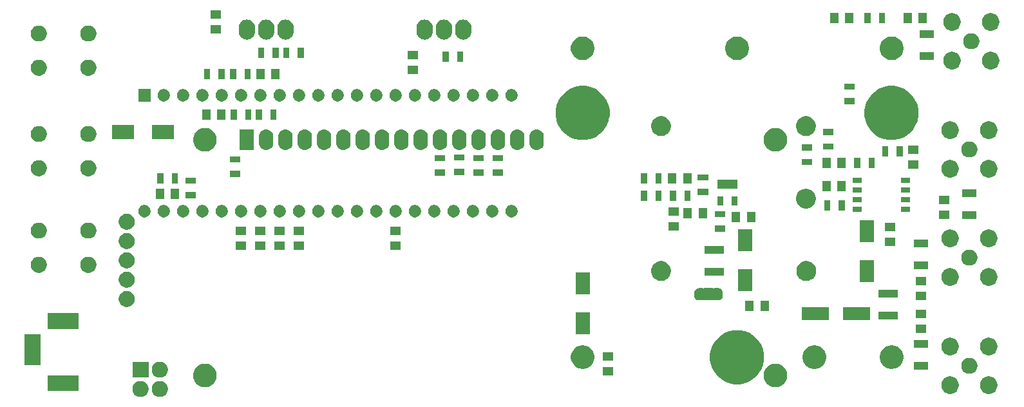
<source format=gbr>
G04 #@! TF.GenerationSoftware,KiCad,Pcbnew,(5.0.1)-4*
G04 #@! TF.CreationDate,2019-02-03T13:31:45+01:00*
G04 #@! TF.ProjectId,GPSDO-LCD-2,475053444F2D4C43442D322E6B696361,rev?*
G04 #@! TF.SameCoordinates,Original*
G04 #@! TF.FileFunction,Soldermask,Top*
G04 #@! TF.FilePolarity,Negative*
%FSLAX46Y46*%
G04 Gerber Fmt 4.6, Leading zero omitted, Abs format (unit mm)*
G04 Created by KiCad (PCBNEW (5.0.1)-4) date 03/02/2019 13:31:45*
%MOMM*%
%LPD*%
G01*
G04 APERTURE LIST*
%ADD10C,0.100000*%
G04 APERTURE END LIST*
D10*
G36*
X97080565Y-130307389D02*
X97271834Y-130386615D01*
X97443976Y-130501637D01*
X97590363Y-130648024D01*
X97705385Y-130820166D01*
X97784611Y-131011435D01*
X97825000Y-131214484D01*
X97825000Y-131421516D01*
X97784611Y-131624565D01*
X97705385Y-131815834D01*
X97590363Y-131987976D01*
X97443976Y-132134363D01*
X97271834Y-132249385D01*
X97080565Y-132328611D01*
X96877516Y-132369000D01*
X96670484Y-132369000D01*
X96467435Y-132328611D01*
X96276166Y-132249385D01*
X96104024Y-132134363D01*
X95957637Y-131987976D01*
X95842615Y-131815834D01*
X95763389Y-131624565D01*
X95723000Y-131421516D01*
X95723000Y-131214484D01*
X95763389Y-131011435D01*
X95842615Y-130820166D01*
X95957637Y-130648024D01*
X96104024Y-130501637D01*
X96276166Y-130386615D01*
X96467435Y-130307389D01*
X96670484Y-130267000D01*
X96877516Y-130267000D01*
X97080565Y-130307389D01*
X97080565Y-130307389D01*
G37*
G36*
X94540565Y-130307389D02*
X94731834Y-130386615D01*
X94903976Y-130501637D01*
X95050363Y-130648024D01*
X95165385Y-130820166D01*
X95244611Y-131011435D01*
X95285000Y-131214484D01*
X95285000Y-131421516D01*
X95244611Y-131624565D01*
X95165385Y-131815834D01*
X95050363Y-131987976D01*
X94903976Y-132134363D01*
X94731834Y-132249385D01*
X94540565Y-132328611D01*
X94337516Y-132369000D01*
X94130484Y-132369000D01*
X93927435Y-132328611D01*
X93736166Y-132249385D01*
X93564024Y-132134363D01*
X93417637Y-131987976D01*
X93302615Y-131815834D01*
X93223389Y-131624565D01*
X93183000Y-131421516D01*
X93183000Y-131214484D01*
X93223389Y-131011435D01*
X93302615Y-130820166D01*
X93417637Y-130648024D01*
X93564024Y-130501637D01*
X93736166Y-130386615D01*
X93927435Y-130307389D01*
X94130484Y-130267000D01*
X94337516Y-130267000D01*
X94540565Y-130307389D01*
X94540565Y-130307389D01*
G37*
G36*
X200995734Y-129703232D02*
X201205202Y-129789996D01*
X201393723Y-129915962D01*
X201554038Y-130076277D01*
X201680004Y-130264798D01*
X201766768Y-130474266D01*
X201811000Y-130696635D01*
X201811000Y-130923365D01*
X201766768Y-131145734D01*
X201680004Y-131355202D01*
X201554038Y-131543723D01*
X201393723Y-131704038D01*
X201205202Y-131830004D01*
X200995734Y-131916768D01*
X200773365Y-131961000D01*
X200546635Y-131961000D01*
X200324266Y-131916768D01*
X200114798Y-131830004D01*
X199926277Y-131704038D01*
X199765962Y-131543723D01*
X199639996Y-131355202D01*
X199553232Y-131145734D01*
X199509000Y-130923365D01*
X199509000Y-130696635D01*
X199553232Y-130474266D01*
X199639996Y-130264798D01*
X199765962Y-130076277D01*
X199926277Y-129915962D01*
X200114798Y-129789996D01*
X200324266Y-129703232D01*
X200546635Y-129659000D01*
X200773365Y-129659000D01*
X200995734Y-129703232D01*
X200995734Y-129703232D01*
G37*
G36*
X206075734Y-129703232D02*
X206285202Y-129789996D01*
X206473723Y-129915962D01*
X206634038Y-130076277D01*
X206760004Y-130264798D01*
X206846768Y-130474266D01*
X206891000Y-130696635D01*
X206891000Y-130923365D01*
X206846768Y-131145734D01*
X206760004Y-131355202D01*
X206634038Y-131543723D01*
X206473723Y-131704038D01*
X206285202Y-131830004D01*
X206075734Y-131916768D01*
X205853365Y-131961000D01*
X205626635Y-131961000D01*
X205404266Y-131916768D01*
X205194798Y-131830004D01*
X205006277Y-131704038D01*
X204845962Y-131543723D01*
X204719996Y-131355202D01*
X204633232Y-131145734D01*
X204589000Y-130923365D01*
X204589000Y-130696635D01*
X204633232Y-130474266D01*
X204719996Y-130264798D01*
X204845962Y-130076277D01*
X205006277Y-129915962D01*
X205194798Y-129789996D01*
X205404266Y-129703232D01*
X205626635Y-129659000D01*
X205853365Y-129659000D01*
X206075734Y-129703232D01*
X206075734Y-129703232D01*
G37*
G36*
X86125000Y-131607000D02*
X82023000Y-131607000D01*
X82023000Y-129505000D01*
X86125000Y-129505000D01*
X86125000Y-131607000D01*
X86125000Y-131607000D01*
G37*
G36*
X178056007Y-128041436D02*
X178155890Y-128061304D01*
X178438154Y-128178221D01*
X178692185Y-128347959D01*
X178908221Y-128563995D01*
X179077959Y-128818026D01*
X179189107Y-129086363D01*
X179194876Y-129100291D01*
X179254480Y-129399938D01*
X179254480Y-129705462D01*
X179216774Y-129895019D01*
X179194876Y-130005110D01*
X179077959Y-130287374D01*
X178908221Y-130541405D01*
X178692185Y-130757441D01*
X178438154Y-130927179D01*
X178155890Y-131044096D01*
X178056007Y-131063964D01*
X177856242Y-131103700D01*
X177550718Y-131103700D01*
X177350953Y-131063964D01*
X177251070Y-131044096D01*
X176968806Y-130927179D01*
X176714775Y-130757441D01*
X176498739Y-130541405D01*
X176329001Y-130287374D01*
X176212084Y-130005110D01*
X176190186Y-129895019D01*
X176152480Y-129705462D01*
X176152480Y-129399938D01*
X176212084Y-129100291D01*
X176217853Y-129086363D01*
X176329001Y-128818026D01*
X176498739Y-128563995D01*
X176714775Y-128347959D01*
X176968806Y-128178221D01*
X177251070Y-128061304D01*
X177350953Y-128041436D01*
X177550718Y-128001700D01*
X177856242Y-128001700D01*
X178056007Y-128041436D01*
X178056007Y-128041436D01*
G37*
G36*
X103057427Y-128041436D02*
X103157310Y-128061304D01*
X103439574Y-128178221D01*
X103693605Y-128347959D01*
X103909641Y-128563995D01*
X104079379Y-128818026D01*
X104190527Y-129086363D01*
X104196296Y-129100291D01*
X104255900Y-129399938D01*
X104255900Y-129705462D01*
X104218194Y-129895019D01*
X104196296Y-130005110D01*
X104079379Y-130287374D01*
X103909641Y-130541405D01*
X103693605Y-130757441D01*
X103439574Y-130927179D01*
X103157310Y-131044096D01*
X103057427Y-131063964D01*
X102857662Y-131103700D01*
X102552138Y-131103700D01*
X102352373Y-131063964D01*
X102252490Y-131044096D01*
X101970226Y-130927179D01*
X101716195Y-130757441D01*
X101500159Y-130541405D01*
X101330421Y-130287374D01*
X101213504Y-130005110D01*
X101191606Y-129895019D01*
X101153900Y-129705462D01*
X101153900Y-129399938D01*
X101213504Y-129100291D01*
X101219273Y-129086363D01*
X101330421Y-128818026D01*
X101500159Y-128563995D01*
X101716195Y-128347959D01*
X101970226Y-128178221D01*
X102252490Y-128061304D01*
X102352373Y-128041436D01*
X102552138Y-128001700D01*
X102857662Y-128001700D01*
X103057427Y-128041436D01*
X103057427Y-128041436D01*
G37*
G36*
X173696130Y-123722241D02*
X173696132Y-123722242D01*
X173696133Y-123722242D01*
X174342373Y-123989923D01*
X174916135Y-124373299D01*
X174923978Y-124378539D01*
X175418584Y-124873145D01*
X175418586Y-124873148D01*
X175807200Y-125454750D01*
X176074881Y-126100990D01*
X176074882Y-126100993D01*
X176211344Y-126787035D01*
X176211344Y-127486523D01*
X176076092Y-128166484D01*
X176074881Y-128172568D01*
X175807200Y-128818808D01*
X175807199Y-128818809D01*
X175418584Y-129400413D01*
X174923978Y-129895019D01*
X174923975Y-129895021D01*
X174342373Y-130283635D01*
X173696133Y-130551316D01*
X173696132Y-130551316D01*
X173696130Y-130551317D01*
X173010088Y-130687779D01*
X172310600Y-130687779D01*
X171624558Y-130551317D01*
X171624556Y-130551316D01*
X171624555Y-130551316D01*
X170978315Y-130283635D01*
X170396713Y-129895021D01*
X170396710Y-129895019D01*
X169902104Y-129400413D01*
X169513489Y-128818809D01*
X169513488Y-128818808D01*
X169245807Y-128172568D01*
X169244597Y-128166484D01*
X169109344Y-127486523D01*
X169109344Y-126787035D01*
X169245806Y-126100993D01*
X169245807Y-126100990D01*
X169513488Y-125454750D01*
X169902102Y-124873148D01*
X169902104Y-124873145D01*
X170396710Y-124378539D01*
X170404553Y-124373299D01*
X170978315Y-123989923D01*
X171624555Y-123722242D01*
X171624556Y-123722242D01*
X171624558Y-123722241D01*
X172310600Y-123585779D01*
X173010088Y-123585779D01*
X173696130Y-123722241D01*
X173696130Y-123722241D01*
G37*
G36*
X97080565Y-127767389D02*
X97271834Y-127846615D01*
X97443976Y-127961637D01*
X97590363Y-128108024D01*
X97705385Y-128280166D01*
X97784611Y-128471435D01*
X97825000Y-128674484D01*
X97825000Y-128881516D01*
X97784611Y-129084565D01*
X97705385Y-129275834D01*
X97590363Y-129447976D01*
X97443976Y-129594363D01*
X97271834Y-129709385D01*
X97080565Y-129788611D01*
X96877516Y-129829000D01*
X96670484Y-129829000D01*
X96467435Y-129788611D01*
X96276166Y-129709385D01*
X96104024Y-129594363D01*
X95957637Y-129447976D01*
X95842615Y-129275834D01*
X95763389Y-129084565D01*
X95723000Y-128881516D01*
X95723000Y-128674484D01*
X95763389Y-128471435D01*
X95842615Y-128280166D01*
X95957637Y-128108024D01*
X96104024Y-127961637D01*
X96276166Y-127846615D01*
X96467435Y-127767389D01*
X96670484Y-127727000D01*
X96877516Y-127727000D01*
X97080565Y-127767389D01*
X97080565Y-127767389D01*
G37*
G36*
X95285000Y-129829000D02*
X93183000Y-129829000D01*
X93183000Y-127727000D01*
X95285000Y-127727000D01*
X95285000Y-129829000D01*
X95285000Y-129829000D01*
G37*
G36*
X156378000Y-129583000D02*
X155026000Y-129583000D01*
X155026000Y-128481000D01*
X156378000Y-128481000D01*
X156378000Y-129583000D01*
X156378000Y-129583000D01*
G37*
G36*
X203506565Y-127259389D02*
X203697834Y-127338615D01*
X203869976Y-127453637D01*
X204016363Y-127600024D01*
X204131385Y-127772166D01*
X204210611Y-127963435D01*
X204251000Y-128166484D01*
X204251000Y-128373516D01*
X204210611Y-128576565D01*
X204131385Y-128767834D01*
X204016363Y-128939976D01*
X203869976Y-129086363D01*
X203697834Y-129201385D01*
X203506565Y-129280611D01*
X203303516Y-129321000D01*
X203096484Y-129321000D01*
X202893435Y-129280611D01*
X202702166Y-129201385D01*
X202530024Y-129086363D01*
X202383637Y-128939976D01*
X202268615Y-128767834D01*
X202189389Y-128576565D01*
X202149000Y-128373516D01*
X202149000Y-128166484D01*
X202189389Y-127963435D01*
X202268615Y-127772166D01*
X202383637Y-127600024D01*
X202530024Y-127453637D01*
X202702166Y-127338615D01*
X202893435Y-127259389D01*
X203096484Y-127219000D01*
X203303516Y-127219000D01*
X203506565Y-127259389D01*
X203506565Y-127259389D01*
G37*
G36*
X197751000Y-128771000D02*
X195949000Y-128771000D01*
X195949000Y-127769000D01*
X197751000Y-127769000D01*
X197751000Y-128771000D01*
X197751000Y-128771000D01*
G37*
G36*
X193276852Y-125616635D02*
X193421378Y-125645383D01*
X193703642Y-125762300D01*
X193957673Y-125932038D01*
X194173709Y-126148074D01*
X194343447Y-126402105D01*
X194460364Y-126684369D01*
X194519968Y-126984019D01*
X194519968Y-127289539D01*
X194460364Y-127589189D01*
X194343447Y-127871453D01*
X194173709Y-128125484D01*
X193957673Y-128341520D01*
X193703642Y-128511258D01*
X193421378Y-128628175D01*
X193321495Y-128648043D01*
X193121730Y-128687779D01*
X192816206Y-128687779D01*
X192616441Y-128648043D01*
X192516558Y-128628175D01*
X192234294Y-128511258D01*
X191980263Y-128341520D01*
X191764227Y-128125484D01*
X191594489Y-127871453D01*
X191477572Y-127589189D01*
X191417968Y-127289539D01*
X191417968Y-126984019D01*
X191477572Y-126684369D01*
X191594489Y-126402105D01*
X191764227Y-126148074D01*
X191980263Y-125932038D01*
X192234294Y-125762300D01*
X192516558Y-125645383D01*
X192661084Y-125616635D01*
X192816206Y-125585779D01*
X193121730Y-125585779D01*
X193276852Y-125616635D01*
X193276852Y-125616635D01*
G37*
G36*
X183126852Y-125616635D02*
X183271378Y-125645383D01*
X183553642Y-125762300D01*
X183807673Y-125932038D01*
X184023709Y-126148074D01*
X184193447Y-126402105D01*
X184310364Y-126684369D01*
X184369968Y-126984019D01*
X184369968Y-127289539D01*
X184310364Y-127589189D01*
X184193447Y-127871453D01*
X184023709Y-128125484D01*
X183807673Y-128341520D01*
X183553642Y-128511258D01*
X183271378Y-128628175D01*
X183171495Y-128648043D01*
X182971730Y-128687779D01*
X182666206Y-128687779D01*
X182466441Y-128648043D01*
X182366558Y-128628175D01*
X182084294Y-128511258D01*
X181830263Y-128341520D01*
X181614227Y-128125484D01*
X181444489Y-127871453D01*
X181327572Y-127589189D01*
X181267968Y-127289539D01*
X181267968Y-126984019D01*
X181327572Y-126684369D01*
X181444489Y-126402105D01*
X181614227Y-126148074D01*
X181830263Y-125932038D01*
X182084294Y-125762300D01*
X182366558Y-125645383D01*
X182511084Y-125616635D01*
X182666206Y-125585779D01*
X182971730Y-125585779D01*
X183126852Y-125616635D01*
X183126852Y-125616635D01*
G37*
G36*
X152676852Y-125616635D02*
X152821378Y-125645383D01*
X153103642Y-125762300D01*
X153357673Y-125932038D01*
X153573709Y-126148074D01*
X153743447Y-126402105D01*
X153860364Y-126684369D01*
X153919968Y-126984019D01*
X153919968Y-127289539D01*
X153860364Y-127589189D01*
X153743447Y-127871453D01*
X153573709Y-128125484D01*
X153357673Y-128341520D01*
X153103642Y-128511258D01*
X152821378Y-128628175D01*
X152721495Y-128648043D01*
X152521730Y-128687779D01*
X152216206Y-128687779D01*
X152016441Y-128648043D01*
X151916558Y-128628175D01*
X151634294Y-128511258D01*
X151380263Y-128341520D01*
X151164227Y-128125484D01*
X150994489Y-127871453D01*
X150877572Y-127589189D01*
X150817968Y-127289539D01*
X150817968Y-126984019D01*
X150877572Y-126684369D01*
X150994489Y-126402105D01*
X151164227Y-126148074D01*
X151380263Y-125932038D01*
X151634294Y-125762300D01*
X151916558Y-125645383D01*
X152061084Y-125616635D01*
X152216206Y-125585779D01*
X152521730Y-125585779D01*
X152676852Y-125616635D01*
X152676852Y-125616635D01*
G37*
G36*
X81125000Y-128207000D02*
X79023000Y-128207000D01*
X79023000Y-124105000D01*
X81125000Y-124105000D01*
X81125000Y-128207000D01*
X81125000Y-128207000D01*
G37*
G36*
X156378000Y-127583000D02*
X155026000Y-127583000D01*
X155026000Y-126481000D01*
X156378000Y-126481000D01*
X156378000Y-127583000D01*
X156378000Y-127583000D01*
G37*
G36*
X206075734Y-124623232D02*
X206285202Y-124709996D01*
X206473723Y-124835962D01*
X206634038Y-124996277D01*
X206760004Y-125184798D01*
X206846768Y-125394266D01*
X206891000Y-125616635D01*
X206891000Y-125843365D01*
X206846768Y-126065734D01*
X206760004Y-126275202D01*
X206634038Y-126463723D01*
X206473723Y-126624038D01*
X206285202Y-126750004D01*
X206075734Y-126836768D01*
X205853365Y-126881000D01*
X205626635Y-126881000D01*
X205404266Y-126836768D01*
X205194798Y-126750004D01*
X205006277Y-126624038D01*
X204845962Y-126463723D01*
X204719996Y-126275202D01*
X204633232Y-126065734D01*
X204589000Y-125843365D01*
X204589000Y-125616635D01*
X204633232Y-125394266D01*
X204719996Y-125184798D01*
X204845962Y-124996277D01*
X205006277Y-124835962D01*
X205194798Y-124709996D01*
X205404266Y-124623232D01*
X205626635Y-124579000D01*
X205853365Y-124579000D01*
X206075734Y-124623232D01*
X206075734Y-124623232D01*
G37*
G36*
X200995734Y-124623232D02*
X201205202Y-124709996D01*
X201393723Y-124835962D01*
X201554038Y-124996277D01*
X201680004Y-125184798D01*
X201766768Y-125394266D01*
X201811000Y-125616635D01*
X201811000Y-125843365D01*
X201766768Y-126065734D01*
X201680004Y-126275202D01*
X201554038Y-126463723D01*
X201393723Y-126624038D01*
X201205202Y-126750004D01*
X200995734Y-126836768D01*
X200773365Y-126881000D01*
X200546635Y-126881000D01*
X200324266Y-126836768D01*
X200114798Y-126750004D01*
X199926277Y-126624038D01*
X199765962Y-126463723D01*
X199639996Y-126275202D01*
X199553232Y-126065734D01*
X199509000Y-125843365D01*
X199509000Y-125616635D01*
X199553232Y-125394266D01*
X199639996Y-125184798D01*
X199765962Y-124996277D01*
X199926277Y-124835962D01*
X200114798Y-124709996D01*
X200324266Y-124623232D01*
X200546635Y-124579000D01*
X200773365Y-124579000D01*
X200995734Y-124623232D01*
X200995734Y-124623232D01*
G37*
G36*
X197751000Y-125871000D02*
X195949000Y-125871000D01*
X195949000Y-124869000D01*
X197751000Y-124869000D01*
X197751000Y-125871000D01*
X197751000Y-125871000D01*
G37*
G36*
X153351000Y-124108000D02*
X151449000Y-124108000D01*
X151449000Y-121256000D01*
X153351000Y-121256000D01*
X153351000Y-124108000D01*
X153351000Y-124108000D01*
G37*
G36*
X197526000Y-123995000D02*
X196174000Y-123995000D01*
X196174000Y-122893000D01*
X197526000Y-122893000D01*
X197526000Y-123995000D01*
X197526000Y-123995000D01*
G37*
G36*
X86125000Y-123407000D02*
X82023000Y-123407000D01*
X82023000Y-121305000D01*
X86125000Y-121305000D01*
X86125000Y-123407000D01*
X86125000Y-123407000D01*
G37*
G36*
X190175000Y-122263000D02*
X186573000Y-122263000D01*
X186573000Y-120561000D01*
X190175000Y-120561000D01*
X190175000Y-122263000D01*
X190175000Y-122263000D01*
G37*
G36*
X184775000Y-122263000D02*
X181173000Y-122263000D01*
X181173000Y-120561000D01*
X184775000Y-120561000D01*
X184775000Y-122263000D01*
X184775000Y-122263000D01*
G37*
G36*
X193833000Y-122167000D02*
X191231000Y-122167000D01*
X191231000Y-121165000D01*
X193833000Y-121165000D01*
X193833000Y-122167000D01*
X193833000Y-122167000D01*
G37*
G36*
X197526000Y-121995000D02*
X196174000Y-121995000D01*
X196174000Y-120893000D01*
X197526000Y-120893000D01*
X197526000Y-121995000D01*
X197526000Y-121995000D01*
G37*
G36*
X176827000Y-121072000D02*
X175725000Y-121072000D01*
X175725000Y-119720000D01*
X176827000Y-119720000D01*
X176827000Y-121072000D01*
X176827000Y-121072000D01*
G37*
G36*
X174827000Y-121072000D02*
X173725000Y-121072000D01*
X173725000Y-119720000D01*
X174827000Y-119720000D01*
X174827000Y-121072000D01*
X174827000Y-121072000D01*
G37*
G36*
X92726565Y-118481389D02*
X92917834Y-118560615D01*
X93089976Y-118675637D01*
X93236363Y-118822024D01*
X93351385Y-118994166D01*
X93430611Y-119185435D01*
X93471000Y-119388484D01*
X93471000Y-119595516D01*
X93430611Y-119798565D01*
X93351385Y-119989834D01*
X93236363Y-120161976D01*
X93089976Y-120308363D01*
X92917834Y-120423385D01*
X92726565Y-120502611D01*
X92523516Y-120543000D01*
X92316484Y-120543000D01*
X92113435Y-120502611D01*
X91922166Y-120423385D01*
X91750024Y-120308363D01*
X91603637Y-120161976D01*
X91488615Y-119989834D01*
X91409389Y-119798565D01*
X91369000Y-119595516D01*
X91369000Y-119388484D01*
X91409389Y-119185435D01*
X91488615Y-118994166D01*
X91603637Y-118822024D01*
X91750024Y-118675637D01*
X91922166Y-118560615D01*
X92113435Y-118481389D01*
X92316484Y-118441000D01*
X92523516Y-118441000D01*
X92726565Y-118481389D01*
X92726565Y-118481389D01*
G37*
G36*
X197526000Y-119677000D02*
X196174000Y-119677000D01*
X196174000Y-118575000D01*
X197526000Y-118575000D01*
X197526000Y-119677000D01*
X197526000Y-119677000D01*
G37*
G36*
X168169999Y-118071737D02*
X168184534Y-118076147D01*
X168197717Y-118081607D01*
X168221751Y-118086387D01*
X168246255Y-118086387D01*
X168270288Y-118081606D01*
X168292927Y-118072228D01*
X168294765Y-118071000D01*
X169526053Y-118071000D01*
X169538165Y-118077474D01*
X169561614Y-118084587D01*
X169586000Y-118086989D01*
X169610386Y-118084587D01*
X169628564Y-118078083D01*
X169628608Y-118078227D01*
X169650001Y-118071737D01*
X169666140Y-118070148D01*
X170203860Y-118070148D01*
X170222198Y-118071954D01*
X170234450Y-118072556D01*
X170252869Y-118072556D01*
X170275149Y-118074750D01*
X170359236Y-118091476D01*
X170380655Y-118097974D01*
X170459871Y-118130785D01*
X170479607Y-118141335D01*
X170550897Y-118188969D01*
X170568208Y-118203176D01*
X170628824Y-118263792D01*
X170643031Y-118281103D01*
X170690665Y-118352393D01*
X170701215Y-118372129D01*
X170734026Y-118451345D01*
X170740524Y-118472764D01*
X170757250Y-118556851D01*
X170759444Y-118579131D01*
X170759444Y-118597550D01*
X170760046Y-118609802D01*
X170761852Y-118628140D01*
X170761852Y-119115861D01*
X170760046Y-119134198D01*
X170759444Y-119146450D01*
X170759444Y-119164869D01*
X170757250Y-119187149D01*
X170740524Y-119271236D01*
X170734026Y-119292655D01*
X170701215Y-119371871D01*
X170690665Y-119391607D01*
X170643031Y-119462897D01*
X170628824Y-119480208D01*
X170568208Y-119540824D01*
X170550897Y-119555031D01*
X170479607Y-119602665D01*
X170459871Y-119613215D01*
X170380655Y-119646026D01*
X170359236Y-119652524D01*
X170275149Y-119669250D01*
X170252869Y-119671444D01*
X170234450Y-119671444D01*
X170222198Y-119672046D01*
X170203861Y-119673852D01*
X169666140Y-119673852D01*
X169650001Y-119672263D01*
X169635466Y-119667853D01*
X169622283Y-119662393D01*
X169598249Y-119657613D01*
X169573745Y-119657613D01*
X169549712Y-119662394D01*
X169527073Y-119671772D01*
X169525235Y-119673000D01*
X168293947Y-119673000D01*
X168281835Y-119666526D01*
X168258386Y-119659413D01*
X168234000Y-119657011D01*
X168209614Y-119659413D01*
X168191436Y-119665917D01*
X168191392Y-119665773D01*
X168169999Y-119672263D01*
X168153860Y-119673852D01*
X167616139Y-119673852D01*
X167597802Y-119672046D01*
X167585550Y-119671444D01*
X167567131Y-119671444D01*
X167544851Y-119669250D01*
X167460764Y-119652524D01*
X167439345Y-119646026D01*
X167360129Y-119613215D01*
X167340393Y-119602665D01*
X167269103Y-119555031D01*
X167251792Y-119540824D01*
X167191176Y-119480208D01*
X167176969Y-119462897D01*
X167129335Y-119391607D01*
X167118785Y-119371871D01*
X167085974Y-119292655D01*
X167079476Y-119271236D01*
X167062750Y-119187149D01*
X167060556Y-119164869D01*
X167060556Y-119146450D01*
X167059954Y-119134198D01*
X167058148Y-119115861D01*
X167058148Y-118628140D01*
X167059954Y-118609802D01*
X167060556Y-118597550D01*
X167060556Y-118579131D01*
X167062750Y-118556851D01*
X167079476Y-118472764D01*
X167085974Y-118451345D01*
X167118785Y-118372129D01*
X167129335Y-118352393D01*
X167176969Y-118281103D01*
X167191176Y-118263792D01*
X167251792Y-118203176D01*
X167269103Y-118188969D01*
X167340393Y-118141335D01*
X167360129Y-118130785D01*
X167439345Y-118097974D01*
X167460764Y-118091476D01*
X167544851Y-118074750D01*
X167567131Y-118072556D01*
X167585550Y-118072556D01*
X167597802Y-118071954D01*
X167616140Y-118070148D01*
X168153860Y-118070148D01*
X168169999Y-118071737D01*
X168169999Y-118071737D01*
G37*
G36*
X193833000Y-119267000D02*
X191231000Y-119267000D01*
X191231000Y-118265000D01*
X193833000Y-118265000D01*
X193833000Y-119267000D01*
X193833000Y-119267000D01*
G37*
G36*
X153351000Y-118858000D02*
X151449000Y-118858000D01*
X151449000Y-116006000D01*
X153351000Y-116006000D01*
X153351000Y-118858000D01*
X153351000Y-118858000D01*
G37*
G36*
X174687000Y-118436000D02*
X172785000Y-118436000D01*
X172785000Y-115584000D01*
X174687000Y-115584000D01*
X174687000Y-118436000D01*
X174687000Y-118436000D01*
G37*
G36*
X92726565Y-115941389D02*
X92917834Y-116020615D01*
X93089976Y-116135637D01*
X93236363Y-116282024D01*
X93351385Y-116454166D01*
X93430611Y-116645435D01*
X93471000Y-116848484D01*
X93471000Y-117055516D01*
X93430611Y-117258565D01*
X93351385Y-117449834D01*
X93236363Y-117621976D01*
X93089976Y-117768363D01*
X92917834Y-117883385D01*
X92726565Y-117962611D01*
X92523516Y-118003000D01*
X92316484Y-118003000D01*
X92113435Y-117962611D01*
X91922166Y-117883385D01*
X91750024Y-117768363D01*
X91603637Y-117621976D01*
X91488615Y-117449834D01*
X91409389Y-117258565D01*
X91369000Y-117055516D01*
X91369000Y-116848484D01*
X91409389Y-116645435D01*
X91488615Y-116454166D01*
X91603637Y-116282024D01*
X91750024Y-116135637D01*
X91922166Y-116020615D01*
X92113435Y-115941389D01*
X92316484Y-115901000D01*
X92523516Y-115901000D01*
X92726565Y-115941389D01*
X92726565Y-115941389D01*
G37*
G36*
X206075734Y-115479232D02*
X206285202Y-115565996D01*
X206473723Y-115691962D01*
X206634038Y-115852277D01*
X206760004Y-116040798D01*
X206846768Y-116250266D01*
X206891000Y-116472635D01*
X206891000Y-116699365D01*
X206846768Y-116921734D01*
X206760004Y-117131202D01*
X206634038Y-117319723D01*
X206473723Y-117480038D01*
X206285202Y-117606004D01*
X206075734Y-117692768D01*
X205853365Y-117737000D01*
X205626635Y-117737000D01*
X205404266Y-117692768D01*
X205194798Y-117606004D01*
X205006277Y-117480038D01*
X204845962Y-117319723D01*
X204719996Y-117131202D01*
X204633232Y-116921734D01*
X204589000Y-116699365D01*
X204589000Y-116472635D01*
X204633232Y-116250266D01*
X204719996Y-116040798D01*
X204845962Y-115852277D01*
X205006277Y-115691962D01*
X205194798Y-115565996D01*
X205404266Y-115479232D01*
X205626635Y-115435000D01*
X205853365Y-115435000D01*
X206075734Y-115479232D01*
X206075734Y-115479232D01*
G37*
G36*
X200995734Y-115479232D02*
X201205202Y-115565996D01*
X201393723Y-115691962D01*
X201554038Y-115852277D01*
X201680004Y-116040798D01*
X201766768Y-116250266D01*
X201811000Y-116472635D01*
X201811000Y-116699365D01*
X201766768Y-116921734D01*
X201680004Y-117131202D01*
X201554038Y-117319723D01*
X201393723Y-117480038D01*
X201205202Y-117606004D01*
X200995734Y-117692768D01*
X200773365Y-117737000D01*
X200546635Y-117737000D01*
X200324266Y-117692768D01*
X200114798Y-117606004D01*
X199926277Y-117480038D01*
X199765962Y-117319723D01*
X199639996Y-117131202D01*
X199553232Y-116921734D01*
X199509000Y-116699365D01*
X199509000Y-116472635D01*
X199553232Y-116250266D01*
X199639996Y-116040798D01*
X199765962Y-115852277D01*
X199926277Y-115691962D01*
X200114798Y-115565996D01*
X200324266Y-115479232D01*
X200546635Y-115435000D01*
X200773365Y-115435000D01*
X200995734Y-115479232D01*
X200995734Y-115479232D01*
G37*
G36*
X197526000Y-117677000D02*
X196174000Y-117677000D01*
X196174000Y-116575000D01*
X197526000Y-116575000D01*
X197526000Y-117677000D01*
X197526000Y-117677000D01*
G37*
G36*
X190689000Y-117250000D02*
X188787000Y-117250000D01*
X188787000Y-114398000D01*
X190689000Y-114398000D01*
X190689000Y-117250000D01*
X190689000Y-117250000D01*
G37*
G36*
X182143827Y-114558914D02*
X182143829Y-114558915D01*
X182143830Y-114558915D01*
X182380597Y-114656987D01*
X182593684Y-114799367D01*
X182774893Y-114980576D01*
X182774895Y-114980579D01*
X182917273Y-115193663D01*
X183014753Y-115429000D01*
X183015346Y-115430433D01*
X183065342Y-115681779D01*
X183065342Y-115938057D01*
X183015346Y-116189403D01*
X182917273Y-116426173D01*
X182774893Y-116639260D01*
X182593684Y-116820469D01*
X182593681Y-116820471D01*
X182380597Y-116962849D01*
X182143830Y-117060921D01*
X182143829Y-117060921D01*
X182143827Y-117060922D01*
X181892481Y-117110918D01*
X181636203Y-117110918D01*
X181384857Y-117060922D01*
X181384855Y-117060921D01*
X181384854Y-117060921D01*
X181148087Y-116962849D01*
X180935003Y-116820471D01*
X180935000Y-116820469D01*
X180753791Y-116639260D01*
X180611411Y-116426173D01*
X180513338Y-116189403D01*
X180463342Y-115938057D01*
X180463342Y-115681779D01*
X180513338Y-115430433D01*
X180513932Y-115429000D01*
X180611411Y-115193663D01*
X180753789Y-114980579D01*
X180753791Y-114980576D01*
X180935000Y-114799367D01*
X181148087Y-114656987D01*
X181384854Y-114558915D01*
X181384855Y-114558915D01*
X181384857Y-114558914D01*
X181636203Y-114508918D01*
X181892481Y-114508918D01*
X182143827Y-114558914D01*
X182143827Y-114558914D01*
G37*
G36*
X163043827Y-114558914D02*
X163043829Y-114558915D01*
X163043830Y-114558915D01*
X163280597Y-114656987D01*
X163493684Y-114799367D01*
X163674893Y-114980576D01*
X163674895Y-114980579D01*
X163817273Y-115193663D01*
X163914753Y-115429000D01*
X163915346Y-115430433D01*
X163965342Y-115681779D01*
X163965342Y-115938057D01*
X163915346Y-116189403D01*
X163817273Y-116426173D01*
X163674893Y-116639260D01*
X163493684Y-116820469D01*
X163493681Y-116820471D01*
X163280597Y-116962849D01*
X163043830Y-117060921D01*
X163043829Y-117060921D01*
X163043827Y-117060922D01*
X162792481Y-117110918D01*
X162536203Y-117110918D01*
X162284857Y-117060922D01*
X162284855Y-117060921D01*
X162284854Y-117060921D01*
X162048087Y-116962849D01*
X161835003Y-116820471D01*
X161835000Y-116820469D01*
X161653791Y-116639260D01*
X161511411Y-116426173D01*
X161413338Y-116189403D01*
X161363342Y-115938057D01*
X161363342Y-115681779D01*
X161413338Y-115430433D01*
X161413932Y-115429000D01*
X161511411Y-115193663D01*
X161653789Y-114980579D01*
X161653791Y-114980576D01*
X161835000Y-114799367D01*
X162048087Y-114656987D01*
X162284854Y-114558915D01*
X162284855Y-114558915D01*
X162284857Y-114558914D01*
X162536203Y-114508918D01*
X162792481Y-114508918D01*
X163043827Y-114558914D01*
X163043827Y-114558914D01*
G37*
G36*
X170973000Y-116431000D02*
X168371000Y-116431000D01*
X168371000Y-115429000D01*
X170973000Y-115429000D01*
X170973000Y-116431000D01*
X170973000Y-116431000D01*
G37*
G36*
X81182565Y-113979389D02*
X81373834Y-114058615D01*
X81545976Y-114173637D01*
X81692363Y-114320024D01*
X81807385Y-114492166D01*
X81886611Y-114683435D01*
X81927000Y-114886484D01*
X81927000Y-115093516D01*
X81886611Y-115296565D01*
X81807385Y-115487834D01*
X81692363Y-115659976D01*
X81545976Y-115806363D01*
X81373834Y-115921385D01*
X81182565Y-116000611D01*
X80979516Y-116041000D01*
X80772484Y-116041000D01*
X80569435Y-116000611D01*
X80378166Y-115921385D01*
X80206024Y-115806363D01*
X80059637Y-115659976D01*
X79944615Y-115487834D01*
X79865389Y-115296565D01*
X79825000Y-115093516D01*
X79825000Y-114886484D01*
X79865389Y-114683435D01*
X79944615Y-114492166D01*
X80059637Y-114320024D01*
X80206024Y-114173637D01*
X80378166Y-114058615D01*
X80569435Y-113979389D01*
X80772484Y-113939000D01*
X80979516Y-113939000D01*
X81182565Y-113979389D01*
X81182565Y-113979389D01*
G37*
G36*
X87682565Y-113979389D02*
X87873834Y-114058615D01*
X88045976Y-114173637D01*
X88192363Y-114320024D01*
X88307385Y-114492166D01*
X88386611Y-114683435D01*
X88427000Y-114886484D01*
X88427000Y-115093516D01*
X88386611Y-115296565D01*
X88307385Y-115487834D01*
X88192363Y-115659976D01*
X88045976Y-115806363D01*
X87873834Y-115921385D01*
X87682565Y-116000611D01*
X87479516Y-116041000D01*
X87272484Y-116041000D01*
X87069435Y-116000611D01*
X86878166Y-115921385D01*
X86706024Y-115806363D01*
X86559637Y-115659976D01*
X86444615Y-115487834D01*
X86365389Y-115296565D01*
X86325000Y-115093516D01*
X86325000Y-114886484D01*
X86365389Y-114683435D01*
X86444615Y-114492166D01*
X86559637Y-114320024D01*
X86706024Y-114173637D01*
X86878166Y-114058615D01*
X87069435Y-113979389D01*
X87272484Y-113939000D01*
X87479516Y-113939000D01*
X87682565Y-113979389D01*
X87682565Y-113979389D01*
G37*
G36*
X197751000Y-115563000D02*
X195949000Y-115563000D01*
X195949000Y-114561000D01*
X197751000Y-114561000D01*
X197751000Y-115563000D01*
X197751000Y-115563000D01*
G37*
G36*
X92726565Y-113401389D02*
X92917834Y-113480615D01*
X93089976Y-113595637D01*
X93236363Y-113742024D01*
X93351385Y-113914166D01*
X93430611Y-114105435D01*
X93471000Y-114308484D01*
X93471000Y-114515516D01*
X93430611Y-114718565D01*
X93351385Y-114909834D01*
X93236363Y-115081976D01*
X93089976Y-115228363D01*
X92917834Y-115343385D01*
X92726565Y-115422611D01*
X92523516Y-115463000D01*
X92316484Y-115463000D01*
X92113435Y-115422611D01*
X91922166Y-115343385D01*
X91750024Y-115228363D01*
X91603637Y-115081976D01*
X91488615Y-114909834D01*
X91409389Y-114718565D01*
X91369000Y-114515516D01*
X91369000Y-114308484D01*
X91409389Y-114105435D01*
X91488615Y-113914166D01*
X91603637Y-113742024D01*
X91750024Y-113595637D01*
X91922166Y-113480615D01*
X92113435Y-113401389D01*
X92316484Y-113361000D01*
X92523516Y-113361000D01*
X92726565Y-113401389D01*
X92726565Y-113401389D01*
G37*
G36*
X203506565Y-113035389D02*
X203697834Y-113114615D01*
X203869976Y-113229637D01*
X204016363Y-113376024D01*
X204131385Y-113548166D01*
X204210611Y-113739435D01*
X204251000Y-113942484D01*
X204251000Y-114149516D01*
X204210611Y-114352565D01*
X204131385Y-114543834D01*
X204016363Y-114715976D01*
X203869976Y-114862363D01*
X203697834Y-114977385D01*
X203506565Y-115056611D01*
X203303516Y-115097000D01*
X203096484Y-115097000D01*
X202893435Y-115056611D01*
X202702166Y-114977385D01*
X202530024Y-114862363D01*
X202383637Y-114715976D01*
X202268615Y-114543834D01*
X202189389Y-114352565D01*
X202149000Y-114149516D01*
X202149000Y-113942484D01*
X202189389Y-113739435D01*
X202268615Y-113548166D01*
X202383637Y-113376024D01*
X202530024Y-113229637D01*
X202702166Y-113114615D01*
X202893435Y-113035389D01*
X203096484Y-112995000D01*
X203303516Y-112995000D01*
X203506565Y-113035389D01*
X203506565Y-113035389D01*
G37*
G36*
X170973000Y-113531000D02*
X168371000Y-113531000D01*
X168371000Y-112529000D01*
X170973000Y-112529000D01*
X170973000Y-113531000D01*
X170973000Y-113531000D01*
G37*
G36*
X174687000Y-113186000D02*
X172785000Y-113186000D01*
X172785000Y-110334000D01*
X174687000Y-110334000D01*
X174687000Y-113186000D01*
X174687000Y-113186000D01*
G37*
G36*
X108118000Y-113073000D02*
X106766000Y-113073000D01*
X106766000Y-111971000D01*
X108118000Y-111971000D01*
X108118000Y-113073000D01*
X108118000Y-113073000D01*
G37*
G36*
X115738000Y-113073000D02*
X114386000Y-113073000D01*
X114386000Y-111971000D01*
X115738000Y-111971000D01*
X115738000Y-113073000D01*
X115738000Y-113073000D01*
G37*
G36*
X113198000Y-113073000D02*
X111846000Y-113073000D01*
X111846000Y-111971000D01*
X113198000Y-111971000D01*
X113198000Y-113073000D01*
X113198000Y-113073000D01*
G37*
G36*
X110658000Y-113073000D02*
X109306000Y-113073000D01*
X109306000Y-111971000D01*
X110658000Y-111971000D01*
X110658000Y-113073000D01*
X110658000Y-113073000D01*
G37*
G36*
X128438000Y-113057000D02*
X127086000Y-113057000D01*
X127086000Y-111955000D01*
X128438000Y-111955000D01*
X128438000Y-113057000D01*
X128438000Y-113057000D01*
G37*
G36*
X92726565Y-110861389D02*
X92917834Y-110940615D01*
X93089976Y-111055637D01*
X93236363Y-111202024D01*
X93351385Y-111374166D01*
X93430611Y-111565435D01*
X93471000Y-111768484D01*
X93471000Y-111975516D01*
X93430611Y-112178565D01*
X93351385Y-112369834D01*
X93236363Y-112541976D01*
X93089976Y-112688363D01*
X92917834Y-112803385D01*
X92726565Y-112882611D01*
X92523516Y-112923000D01*
X92316484Y-112923000D01*
X92113435Y-112882611D01*
X91922166Y-112803385D01*
X91750024Y-112688363D01*
X91603637Y-112541976D01*
X91488615Y-112369834D01*
X91409389Y-112178565D01*
X91369000Y-111975516D01*
X91369000Y-111768484D01*
X91409389Y-111565435D01*
X91488615Y-111374166D01*
X91603637Y-111202024D01*
X91750024Y-111055637D01*
X91922166Y-110940615D01*
X92113435Y-110861389D01*
X92316484Y-110821000D01*
X92523516Y-110821000D01*
X92726565Y-110861389D01*
X92726565Y-110861389D01*
G37*
G36*
X197751000Y-112663000D02*
X195949000Y-112663000D01*
X195949000Y-111661000D01*
X197751000Y-111661000D01*
X197751000Y-112663000D01*
X197751000Y-112663000D01*
G37*
G36*
X200995734Y-110399232D02*
X201205202Y-110485996D01*
X201393723Y-110611962D01*
X201554038Y-110772277D01*
X201680004Y-110960798D01*
X201766768Y-111170266D01*
X201811000Y-111392635D01*
X201811000Y-111619365D01*
X201766768Y-111841734D01*
X201680004Y-112051202D01*
X201554038Y-112239723D01*
X201393723Y-112400038D01*
X201205202Y-112526004D01*
X200995734Y-112612768D01*
X200773365Y-112657000D01*
X200546635Y-112657000D01*
X200324266Y-112612768D01*
X200114798Y-112526004D01*
X199926277Y-112400038D01*
X199765962Y-112239723D01*
X199639996Y-112051202D01*
X199553232Y-111841734D01*
X199509000Y-111619365D01*
X199509000Y-111392635D01*
X199553232Y-111170266D01*
X199639996Y-110960798D01*
X199765962Y-110772277D01*
X199926277Y-110611962D01*
X200114798Y-110485996D01*
X200324266Y-110399232D01*
X200546635Y-110355000D01*
X200773365Y-110355000D01*
X200995734Y-110399232D01*
X200995734Y-110399232D01*
G37*
G36*
X206075734Y-110399232D02*
X206285202Y-110485996D01*
X206473723Y-110611962D01*
X206634038Y-110772277D01*
X206760004Y-110960798D01*
X206846768Y-111170266D01*
X206891000Y-111392635D01*
X206891000Y-111619365D01*
X206846768Y-111841734D01*
X206760004Y-112051202D01*
X206634038Y-112239723D01*
X206473723Y-112400038D01*
X206285202Y-112526004D01*
X206075734Y-112612768D01*
X205853365Y-112657000D01*
X205626635Y-112657000D01*
X205404266Y-112612768D01*
X205194798Y-112526004D01*
X205006277Y-112400038D01*
X204845962Y-112239723D01*
X204719996Y-112051202D01*
X204633232Y-111841734D01*
X204589000Y-111619365D01*
X204589000Y-111392635D01*
X204633232Y-111170266D01*
X204719996Y-110960798D01*
X204845962Y-110772277D01*
X205006277Y-110611962D01*
X205194798Y-110485996D01*
X205404266Y-110399232D01*
X205626635Y-110355000D01*
X205853365Y-110355000D01*
X206075734Y-110399232D01*
X206075734Y-110399232D01*
G37*
G36*
X193462000Y-112549000D02*
X192110000Y-112549000D01*
X192110000Y-111447000D01*
X193462000Y-111447000D01*
X193462000Y-112549000D01*
X193462000Y-112549000D01*
G37*
G36*
X190689000Y-112000000D02*
X188787000Y-112000000D01*
X188787000Y-109148000D01*
X190689000Y-109148000D01*
X190689000Y-112000000D01*
X190689000Y-112000000D01*
G37*
G36*
X87682565Y-109479389D02*
X87873834Y-109558615D01*
X88045976Y-109673637D01*
X88192363Y-109820024D01*
X88307385Y-109992166D01*
X88386611Y-110183435D01*
X88427000Y-110386484D01*
X88427000Y-110593516D01*
X88386611Y-110796565D01*
X88307385Y-110987834D01*
X88192363Y-111159976D01*
X88045976Y-111306363D01*
X87873834Y-111421385D01*
X87682565Y-111500611D01*
X87479516Y-111541000D01*
X87272484Y-111541000D01*
X87069435Y-111500611D01*
X86878166Y-111421385D01*
X86706024Y-111306363D01*
X86559637Y-111159976D01*
X86444615Y-110987834D01*
X86365389Y-110796565D01*
X86325000Y-110593516D01*
X86325000Y-110386484D01*
X86365389Y-110183435D01*
X86444615Y-109992166D01*
X86559637Y-109820024D01*
X86706024Y-109673637D01*
X86878166Y-109558615D01*
X87069435Y-109479389D01*
X87272484Y-109439000D01*
X87479516Y-109439000D01*
X87682565Y-109479389D01*
X87682565Y-109479389D01*
G37*
G36*
X81182565Y-109479389D02*
X81373834Y-109558615D01*
X81545976Y-109673637D01*
X81692363Y-109820024D01*
X81807385Y-109992166D01*
X81886611Y-110183435D01*
X81927000Y-110386484D01*
X81927000Y-110593516D01*
X81886611Y-110796565D01*
X81807385Y-110987834D01*
X81692363Y-111159976D01*
X81545976Y-111306363D01*
X81373834Y-111421385D01*
X81182565Y-111500611D01*
X80979516Y-111541000D01*
X80772484Y-111541000D01*
X80569435Y-111500611D01*
X80378166Y-111421385D01*
X80206024Y-111306363D01*
X80059637Y-111159976D01*
X79944615Y-110987834D01*
X79865389Y-110796565D01*
X79825000Y-110593516D01*
X79825000Y-110386484D01*
X79865389Y-110183435D01*
X79944615Y-109992166D01*
X80059637Y-109820024D01*
X80206024Y-109673637D01*
X80378166Y-109558615D01*
X80569435Y-109479389D01*
X80772484Y-109439000D01*
X80979516Y-109439000D01*
X81182565Y-109479389D01*
X81182565Y-109479389D01*
G37*
G36*
X108118000Y-111073000D02*
X106766000Y-111073000D01*
X106766000Y-109971000D01*
X108118000Y-109971000D01*
X108118000Y-111073000D01*
X108118000Y-111073000D01*
G37*
G36*
X110658000Y-111073000D02*
X109306000Y-111073000D01*
X109306000Y-109971000D01*
X110658000Y-109971000D01*
X110658000Y-111073000D01*
X110658000Y-111073000D01*
G37*
G36*
X115738000Y-111073000D02*
X114386000Y-111073000D01*
X114386000Y-109971000D01*
X115738000Y-109971000D01*
X115738000Y-111073000D01*
X115738000Y-111073000D01*
G37*
G36*
X113198000Y-111073000D02*
X111846000Y-111073000D01*
X111846000Y-109971000D01*
X113198000Y-109971000D01*
X113198000Y-111073000D01*
X113198000Y-111073000D01*
G37*
G36*
X128438000Y-111057000D02*
X127086000Y-111057000D01*
X127086000Y-109955000D01*
X128438000Y-109955000D01*
X128438000Y-111057000D01*
X128438000Y-111057000D01*
G37*
G36*
X171135000Y-110637000D02*
X169733000Y-110637000D01*
X169733000Y-109835000D01*
X171135000Y-109835000D01*
X171135000Y-110637000D01*
X171135000Y-110637000D01*
G37*
G36*
X193462000Y-110549000D02*
X192110000Y-110549000D01*
X192110000Y-109447000D01*
X193462000Y-109447000D01*
X193462000Y-110549000D01*
X193462000Y-110549000D01*
G37*
G36*
X165014000Y-110533000D02*
X163662000Y-110533000D01*
X163662000Y-109431000D01*
X165014000Y-109431000D01*
X165014000Y-110533000D01*
X165014000Y-110533000D01*
G37*
G36*
X92726565Y-108321389D02*
X92917834Y-108400615D01*
X93089976Y-108515637D01*
X93236363Y-108662024D01*
X93351385Y-108834166D01*
X93430611Y-109025435D01*
X93471000Y-109228484D01*
X93471000Y-109435516D01*
X93430611Y-109638565D01*
X93351385Y-109829834D01*
X93236363Y-110001976D01*
X93089976Y-110148363D01*
X92917834Y-110263385D01*
X92726565Y-110342611D01*
X92523516Y-110383000D01*
X92316484Y-110383000D01*
X92113435Y-110342611D01*
X91922166Y-110263385D01*
X91750024Y-110148363D01*
X91603637Y-110001976D01*
X91488615Y-109829834D01*
X91409389Y-109638565D01*
X91369000Y-109435516D01*
X91369000Y-109228484D01*
X91409389Y-109025435D01*
X91488615Y-108834166D01*
X91603637Y-108662024D01*
X91750024Y-108515637D01*
X91922166Y-108400615D01*
X92113435Y-108321389D01*
X92316484Y-108281000D01*
X92523516Y-108281000D01*
X92726565Y-108321389D01*
X92726565Y-108321389D01*
G37*
G36*
X175049000Y-109388000D02*
X173947000Y-109388000D01*
X173947000Y-108036000D01*
X175049000Y-108036000D01*
X175049000Y-109388000D01*
X175049000Y-109388000D01*
G37*
G36*
X173049000Y-109388000D02*
X171947000Y-109388000D01*
X171947000Y-108036000D01*
X173049000Y-108036000D01*
X173049000Y-109388000D01*
X173049000Y-109388000D01*
G37*
G36*
X200574000Y-109009000D02*
X199222000Y-109009000D01*
X199222000Y-107907000D01*
X200574000Y-107907000D01*
X200574000Y-109009000D01*
X200574000Y-109009000D01*
G37*
G36*
X204101000Y-108959000D02*
X202299000Y-108959000D01*
X202299000Y-107957000D01*
X204101000Y-107957000D01*
X204101000Y-108959000D01*
X204101000Y-108959000D01*
G37*
G36*
X166731000Y-108880000D02*
X165629000Y-108880000D01*
X165629000Y-107528000D01*
X166731000Y-107528000D01*
X166731000Y-108880000D01*
X166731000Y-108880000D01*
G37*
G36*
X168731000Y-108880000D02*
X167629000Y-108880000D01*
X167629000Y-107528000D01*
X168731000Y-107528000D01*
X168731000Y-108880000D01*
X168731000Y-108880000D01*
G37*
G36*
X138159142Y-107168242D02*
X138307102Y-107229530D01*
X138440258Y-107318502D01*
X138553498Y-107431742D01*
X138642470Y-107564898D01*
X138703758Y-107712858D01*
X138735000Y-107869925D01*
X138735000Y-108030075D01*
X138703758Y-108187142D01*
X138642470Y-108335102D01*
X138553498Y-108468258D01*
X138440258Y-108581498D01*
X138307102Y-108670470D01*
X138159142Y-108731758D01*
X138002075Y-108763000D01*
X137841925Y-108763000D01*
X137684858Y-108731758D01*
X137536898Y-108670470D01*
X137403742Y-108581498D01*
X137290502Y-108468258D01*
X137201530Y-108335102D01*
X137140242Y-108187142D01*
X137109000Y-108030075D01*
X137109000Y-107869925D01*
X137140242Y-107712858D01*
X137201530Y-107564898D01*
X137290502Y-107431742D01*
X137403742Y-107318502D01*
X137536898Y-107229530D01*
X137684858Y-107168242D01*
X137841925Y-107137000D01*
X138002075Y-107137000D01*
X138159142Y-107168242D01*
X138159142Y-107168242D01*
G37*
G36*
X135619142Y-107168242D02*
X135767102Y-107229530D01*
X135900258Y-107318502D01*
X136013498Y-107431742D01*
X136102470Y-107564898D01*
X136163758Y-107712858D01*
X136195000Y-107869925D01*
X136195000Y-108030075D01*
X136163758Y-108187142D01*
X136102470Y-108335102D01*
X136013498Y-108468258D01*
X135900258Y-108581498D01*
X135767102Y-108670470D01*
X135619142Y-108731758D01*
X135462075Y-108763000D01*
X135301925Y-108763000D01*
X135144858Y-108731758D01*
X134996898Y-108670470D01*
X134863742Y-108581498D01*
X134750502Y-108468258D01*
X134661530Y-108335102D01*
X134600242Y-108187142D01*
X134569000Y-108030075D01*
X134569000Y-107869925D01*
X134600242Y-107712858D01*
X134661530Y-107564898D01*
X134750502Y-107431742D01*
X134863742Y-107318502D01*
X134996898Y-107229530D01*
X135144858Y-107168242D01*
X135301925Y-107137000D01*
X135462075Y-107137000D01*
X135619142Y-107168242D01*
X135619142Y-107168242D01*
G37*
G36*
X133079142Y-107168242D02*
X133227102Y-107229530D01*
X133360258Y-107318502D01*
X133473498Y-107431742D01*
X133562470Y-107564898D01*
X133623758Y-107712858D01*
X133655000Y-107869925D01*
X133655000Y-108030075D01*
X133623758Y-108187142D01*
X133562470Y-108335102D01*
X133473498Y-108468258D01*
X133360258Y-108581498D01*
X133227102Y-108670470D01*
X133079142Y-108731758D01*
X132922075Y-108763000D01*
X132761925Y-108763000D01*
X132604858Y-108731758D01*
X132456898Y-108670470D01*
X132323742Y-108581498D01*
X132210502Y-108468258D01*
X132121530Y-108335102D01*
X132060242Y-108187142D01*
X132029000Y-108030075D01*
X132029000Y-107869925D01*
X132060242Y-107712858D01*
X132121530Y-107564898D01*
X132210502Y-107431742D01*
X132323742Y-107318502D01*
X132456898Y-107229530D01*
X132604858Y-107168242D01*
X132761925Y-107137000D01*
X132922075Y-107137000D01*
X133079142Y-107168242D01*
X133079142Y-107168242D01*
G37*
G36*
X130539142Y-107168242D02*
X130687102Y-107229530D01*
X130820258Y-107318502D01*
X130933498Y-107431742D01*
X131022470Y-107564898D01*
X131083758Y-107712858D01*
X131115000Y-107869925D01*
X131115000Y-108030075D01*
X131083758Y-108187142D01*
X131022470Y-108335102D01*
X130933498Y-108468258D01*
X130820258Y-108581498D01*
X130687102Y-108670470D01*
X130539142Y-108731758D01*
X130382075Y-108763000D01*
X130221925Y-108763000D01*
X130064858Y-108731758D01*
X129916898Y-108670470D01*
X129783742Y-108581498D01*
X129670502Y-108468258D01*
X129581530Y-108335102D01*
X129520242Y-108187142D01*
X129489000Y-108030075D01*
X129489000Y-107869925D01*
X129520242Y-107712858D01*
X129581530Y-107564898D01*
X129670502Y-107431742D01*
X129783742Y-107318502D01*
X129916898Y-107229530D01*
X130064858Y-107168242D01*
X130221925Y-107137000D01*
X130382075Y-107137000D01*
X130539142Y-107168242D01*
X130539142Y-107168242D01*
G37*
G36*
X127999142Y-107168242D02*
X128147102Y-107229530D01*
X128280258Y-107318502D01*
X128393498Y-107431742D01*
X128482470Y-107564898D01*
X128543758Y-107712858D01*
X128575000Y-107869925D01*
X128575000Y-108030075D01*
X128543758Y-108187142D01*
X128482470Y-108335102D01*
X128393498Y-108468258D01*
X128280258Y-108581498D01*
X128147102Y-108670470D01*
X127999142Y-108731758D01*
X127842075Y-108763000D01*
X127681925Y-108763000D01*
X127524858Y-108731758D01*
X127376898Y-108670470D01*
X127243742Y-108581498D01*
X127130502Y-108468258D01*
X127041530Y-108335102D01*
X126980242Y-108187142D01*
X126949000Y-108030075D01*
X126949000Y-107869925D01*
X126980242Y-107712858D01*
X127041530Y-107564898D01*
X127130502Y-107431742D01*
X127243742Y-107318502D01*
X127376898Y-107229530D01*
X127524858Y-107168242D01*
X127681925Y-107137000D01*
X127842075Y-107137000D01*
X127999142Y-107168242D01*
X127999142Y-107168242D01*
G37*
G36*
X125459142Y-107168242D02*
X125607102Y-107229530D01*
X125740258Y-107318502D01*
X125853498Y-107431742D01*
X125942470Y-107564898D01*
X126003758Y-107712858D01*
X126035000Y-107869925D01*
X126035000Y-108030075D01*
X126003758Y-108187142D01*
X125942470Y-108335102D01*
X125853498Y-108468258D01*
X125740258Y-108581498D01*
X125607102Y-108670470D01*
X125459142Y-108731758D01*
X125302075Y-108763000D01*
X125141925Y-108763000D01*
X124984858Y-108731758D01*
X124836898Y-108670470D01*
X124703742Y-108581498D01*
X124590502Y-108468258D01*
X124501530Y-108335102D01*
X124440242Y-108187142D01*
X124409000Y-108030075D01*
X124409000Y-107869925D01*
X124440242Y-107712858D01*
X124501530Y-107564898D01*
X124590502Y-107431742D01*
X124703742Y-107318502D01*
X124836898Y-107229530D01*
X124984858Y-107168242D01*
X125141925Y-107137000D01*
X125302075Y-107137000D01*
X125459142Y-107168242D01*
X125459142Y-107168242D01*
G37*
G36*
X122919142Y-107168242D02*
X123067102Y-107229530D01*
X123200258Y-107318502D01*
X123313498Y-107431742D01*
X123402470Y-107564898D01*
X123463758Y-107712858D01*
X123495000Y-107869925D01*
X123495000Y-108030075D01*
X123463758Y-108187142D01*
X123402470Y-108335102D01*
X123313498Y-108468258D01*
X123200258Y-108581498D01*
X123067102Y-108670470D01*
X122919142Y-108731758D01*
X122762075Y-108763000D01*
X122601925Y-108763000D01*
X122444858Y-108731758D01*
X122296898Y-108670470D01*
X122163742Y-108581498D01*
X122050502Y-108468258D01*
X121961530Y-108335102D01*
X121900242Y-108187142D01*
X121869000Y-108030075D01*
X121869000Y-107869925D01*
X121900242Y-107712858D01*
X121961530Y-107564898D01*
X122050502Y-107431742D01*
X122163742Y-107318502D01*
X122296898Y-107229530D01*
X122444858Y-107168242D01*
X122601925Y-107137000D01*
X122762075Y-107137000D01*
X122919142Y-107168242D01*
X122919142Y-107168242D01*
G37*
G36*
X120379142Y-107168242D02*
X120527102Y-107229530D01*
X120660258Y-107318502D01*
X120773498Y-107431742D01*
X120862470Y-107564898D01*
X120923758Y-107712858D01*
X120955000Y-107869925D01*
X120955000Y-108030075D01*
X120923758Y-108187142D01*
X120862470Y-108335102D01*
X120773498Y-108468258D01*
X120660258Y-108581498D01*
X120527102Y-108670470D01*
X120379142Y-108731758D01*
X120222075Y-108763000D01*
X120061925Y-108763000D01*
X119904858Y-108731758D01*
X119756898Y-108670470D01*
X119623742Y-108581498D01*
X119510502Y-108468258D01*
X119421530Y-108335102D01*
X119360242Y-108187142D01*
X119329000Y-108030075D01*
X119329000Y-107869925D01*
X119360242Y-107712858D01*
X119421530Y-107564898D01*
X119510502Y-107431742D01*
X119623742Y-107318502D01*
X119756898Y-107229530D01*
X119904858Y-107168242D01*
X120061925Y-107137000D01*
X120222075Y-107137000D01*
X120379142Y-107168242D01*
X120379142Y-107168242D01*
G37*
G36*
X117839142Y-107168242D02*
X117987102Y-107229530D01*
X118120258Y-107318502D01*
X118233498Y-107431742D01*
X118322470Y-107564898D01*
X118383758Y-107712858D01*
X118415000Y-107869925D01*
X118415000Y-108030075D01*
X118383758Y-108187142D01*
X118322470Y-108335102D01*
X118233498Y-108468258D01*
X118120258Y-108581498D01*
X117987102Y-108670470D01*
X117839142Y-108731758D01*
X117682075Y-108763000D01*
X117521925Y-108763000D01*
X117364858Y-108731758D01*
X117216898Y-108670470D01*
X117083742Y-108581498D01*
X116970502Y-108468258D01*
X116881530Y-108335102D01*
X116820242Y-108187142D01*
X116789000Y-108030075D01*
X116789000Y-107869925D01*
X116820242Y-107712858D01*
X116881530Y-107564898D01*
X116970502Y-107431742D01*
X117083742Y-107318502D01*
X117216898Y-107229530D01*
X117364858Y-107168242D01*
X117521925Y-107137000D01*
X117682075Y-107137000D01*
X117839142Y-107168242D01*
X117839142Y-107168242D01*
G37*
G36*
X115299142Y-107168242D02*
X115447102Y-107229530D01*
X115580258Y-107318502D01*
X115693498Y-107431742D01*
X115782470Y-107564898D01*
X115843758Y-107712858D01*
X115875000Y-107869925D01*
X115875000Y-108030075D01*
X115843758Y-108187142D01*
X115782470Y-108335102D01*
X115693498Y-108468258D01*
X115580258Y-108581498D01*
X115447102Y-108670470D01*
X115299142Y-108731758D01*
X115142075Y-108763000D01*
X114981925Y-108763000D01*
X114824858Y-108731758D01*
X114676898Y-108670470D01*
X114543742Y-108581498D01*
X114430502Y-108468258D01*
X114341530Y-108335102D01*
X114280242Y-108187142D01*
X114249000Y-108030075D01*
X114249000Y-107869925D01*
X114280242Y-107712858D01*
X114341530Y-107564898D01*
X114430502Y-107431742D01*
X114543742Y-107318502D01*
X114676898Y-107229530D01*
X114824858Y-107168242D01*
X114981925Y-107137000D01*
X115142075Y-107137000D01*
X115299142Y-107168242D01*
X115299142Y-107168242D01*
G37*
G36*
X140699142Y-107168242D02*
X140847102Y-107229530D01*
X140980258Y-107318502D01*
X141093498Y-107431742D01*
X141182470Y-107564898D01*
X141243758Y-107712858D01*
X141275000Y-107869925D01*
X141275000Y-108030075D01*
X141243758Y-108187142D01*
X141182470Y-108335102D01*
X141093498Y-108468258D01*
X140980258Y-108581498D01*
X140847102Y-108670470D01*
X140699142Y-108731758D01*
X140542075Y-108763000D01*
X140381925Y-108763000D01*
X140224858Y-108731758D01*
X140076898Y-108670470D01*
X139943742Y-108581498D01*
X139830502Y-108468258D01*
X139741530Y-108335102D01*
X139680242Y-108187142D01*
X139649000Y-108030075D01*
X139649000Y-107869925D01*
X139680242Y-107712858D01*
X139741530Y-107564898D01*
X139830502Y-107431742D01*
X139943742Y-107318502D01*
X140076898Y-107229530D01*
X140224858Y-107168242D01*
X140381925Y-107137000D01*
X140542075Y-107137000D01*
X140699142Y-107168242D01*
X140699142Y-107168242D01*
G37*
G36*
X112759142Y-107168242D02*
X112907102Y-107229530D01*
X113040258Y-107318502D01*
X113153498Y-107431742D01*
X113242470Y-107564898D01*
X113303758Y-107712858D01*
X113335000Y-107869925D01*
X113335000Y-108030075D01*
X113303758Y-108187142D01*
X113242470Y-108335102D01*
X113153498Y-108468258D01*
X113040258Y-108581498D01*
X112907102Y-108670470D01*
X112759142Y-108731758D01*
X112602075Y-108763000D01*
X112441925Y-108763000D01*
X112284858Y-108731758D01*
X112136898Y-108670470D01*
X112003742Y-108581498D01*
X111890502Y-108468258D01*
X111801530Y-108335102D01*
X111740242Y-108187142D01*
X111709000Y-108030075D01*
X111709000Y-107869925D01*
X111740242Y-107712858D01*
X111801530Y-107564898D01*
X111890502Y-107431742D01*
X112003742Y-107318502D01*
X112136898Y-107229530D01*
X112284858Y-107168242D01*
X112441925Y-107137000D01*
X112602075Y-107137000D01*
X112759142Y-107168242D01*
X112759142Y-107168242D01*
G37*
G36*
X105139142Y-107168242D02*
X105287102Y-107229530D01*
X105420258Y-107318502D01*
X105533498Y-107431742D01*
X105622470Y-107564898D01*
X105683758Y-107712858D01*
X105715000Y-107869925D01*
X105715000Y-108030075D01*
X105683758Y-108187142D01*
X105622470Y-108335102D01*
X105533498Y-108468258D01*
X105420258Y-108581498D01*
X105287102Y-108670470D01*
X105139142Y-108731758D01*
X104982075Y-108763000D01*
X104821925Y-108763000D01*
X104664858Y-108731758D01*
X104516898Y-108670470D01*
X104383742Y-108581498D01*
X104270502Y-108468258D01*
X104181530Y-108335102D01*
X104120242Y-108187142D01*
X104089000Y-108030075D01*
X104089000Y-107869925D01*
X104120242Y-107712858D01*
X104181530Y-107564898D01*
X104270502Y-107431742D01*
X104383742Y-107318502D01*
X104516898Y-107229530D01*
X104664858Y-107168242D01*
X104821925Y-107137000D01*
X104982075Y-107137000D01*
X105139142Y-107168242D01*
X105139142Y-107168242D01*
G37*
G36*
X110219142Y-107168242D02*
X110367102Y-107229530D01*
X110500258Y-107318502D01*
X110613498Y-107431742D01*
X110702470Y-107564898D01*
X110763758Y-107712858D01*
X110795000Y-107869925D01*
X110795000Y-108030075D01*
X110763758Y-108187142D01*
X110702470Y-108335102D01*
X110613498Y-108468258D01*
X110500258Y-108581498D01*
X110367102Y-108670470D01*
X110219142Y-108731758D01*
X110062075Y-108763000D01*
X109901925Y-108763000D01*
X109744858Y-108731758D01*
X109596898Y-108670470D01*
X109463742Y-108581498D01*
X109350502Y-108468258D01*
X109261530Y-108335102D01*
X109200242Y-108187142D01*
X109169000Y-108030075D01*
X109169000Y-107869925D01*
X109200242Y-107712858D01*
X109261530Y-107564898D01*
X109350502Y-107431742D01*
X109463742Y-107318502D01*
X109596898Y-107229530D01*
X109744858Y-107168242D01*
X109901925Y-107137000D01*
X110062075Y-107137000D01*
X110219142Y-107168242D01*
X110219142Y-107168242D01*
G37*
G36*
X107679142Y-107168242D02*
X107827102Y-107229530D01*
X107960258Y-107318502D01*
X108073498Y-107431742D01*
X108162470Y-107564898D01*
X108223758Y-107712858D01*
X108255000Y-107869925D01*
X108255000Y-108030075D01*
X108223758Y-108187142D01*
X108162470Y-108335102D01*
X108073498Y-108468258D01*
X107960258Y-108581498D01*
X107827102Y-108670470D01*
X107679142Y-108731758D01*
X107522075Y-108763000D01*
X107361925Y-108763000D01*
X107204858Y-108731758D01*
X107056898Y-108670470D01*
X106923742Y-108581498D01*
X106810502Y-108468258D01*
X106721530Y-108335102D01*
X106660242Y-108187142D01*
X106629000Y-108030075D01*
X106629000Y-107869925D01*
X106660242Y-107712858D01*
X106721530Y-107564898D01*
X106810502Y-107431742D01*
X106923742Y-107318502D01*
X107056898Y-107229530D01*
X107204858Y-107168242D01*
X107361925Y-107137000D01*
X107522075Y-107137000D01*
X107679142Y-107168242D01*
X107679142Y-107168242D01*
G37*
G36*
X102599142Y-107168242D02*
X102747102Y-107229530D01*
X102880258Y-107318502D01*
X102993498Y-107431742D01*
X103082470Y-107564898D01*
X103143758Y-107712858D01*
X103175000Y-107869925D01*
X103175000Y-108030075D01*
X103143758Y-108187142D01*
X103082470Y-108335102D01*
X102993498Y-108468258D01*
X102880258Y-108581498D01*
X102747102Y-108670470D01*
X102599142Y-108731758D01*
X102442075Y-108763000D01*
X102281925Y-108763000D01*
X102124858Y-108731758D01*
X101976898Y-108670470D01*
X101843742Y-108581498D01*
X101730502Y-108468258D01*
X101641530Y-108335102D01*
X101580242Y-108187142D01*
X101549000Y-108030075D01*
X101549000Y-107869925D01*
X101580242Y-107712858D01*
X101641530Y-107564898D01*
X101730502Y-107431742D01*
X101843742Y-107318502D01*
X101976898Y-107229530D01*
X102124858Y-107168242D01*
X102281925Y-107137000D01*
X102442075Y-107137000D01*
X102599142Y-107168242D01*
X102599142Y-107168242D01*
G37*
G36*
X100059142Y-107168242D02*
X100207102Y-107229530D01*
X100340258Y-107318502D01*
X100453498Y-107431742D01*
X100542470Y-107564898D01*
X100603758Y-107712858D01*
X100635000Y-107869925D01*
X100635000Y-108030075D01*
X100603758Y-108187142D01*
X100542470Y-108335102D01*
X100453498Y-108468258D01*
X100340258Y-108581498D01*
X100207102Y-108670470D01*
X100059142Y-108731758D01*
X99902075Y-108763000D01*
X99741925Y-108763000D01*
X99584858Y-108731758D01*
X99436898Y-108670470D01*
X99303742Y-108581498D01*
X99190502Y-108468258D01*
X99101530Y-108335102D01*
X99040242Y-108187142D01*
X99009000Y-108030075D01*
X99009000Y-107869925D01*
X99040242Y-107712858D01*
X99101530Y-107564898D01*
X99190502Y-107431742D01*
X99303742Y-107318502D01*
X99436898Y-107229530D01*
X99584858Y-107168242D01*
X99741925Y-107137000D01*
X99902075Y-107137000D01*
X100059142Y-107168242D01*
X100059142Y-107168242D01*
G37*
G36*
X97519142Y-107168242D02*
X97667102Y-107229530D01*
X97800258Y-107318502D01*
X97913498Y-107431742D01*
X98002470Y-107564898D01*
X98063758Y-107712858D01*
X98095000Y-107869925D01*
X98095000Y-108030075D01*
X98063758Y-108187142D01*
X98002470Y-108335102D01*
X97913498Y-108468258D01*
X97800258Y-108581498D01*
X97667102Y-108670470D01*
X97519142Y-108731758D01*
X97362075Y-108763000D01*
X97201925Y-108763000D01*
X97044858Y-108731758D01*
X96896898Y-108670470D01*
X96763742Y-108581498D01*
X96650502Y-108468258D01*
X96561530Y-108335102D01*
X96500242Y-108187142D01*
X96469000Y-108030075D01*
X96469000Y-107869925D01*
X96500242Y-107712858D01*
X96561530Y-107564898D01*
X96650502Y-107431742D01*
X96763742Y-107318502D01*
X96896898Y-107229530D01*
X97044858Y-107168242D01*
X97201925Y-107137000D01*
X97362075Y-107137000D01*
X97519142Y-107168242D01*
X97519142Y-107168242D01*
G37*
G36*
X94979142Y-107168242D02*
X95127102Y-107229530D01*
X95260258Y-107318502D01*
X95373498Y-107431742D01*
X95462470Y-107564898D01*
X95523758Y-107712858D01*
X95555000Y-107869925D01*
X95555000Y-108030075D01*
X95523758Y-108187142D01*
X95462470Y-108335102D01*
X95373498Y-108468258D01*
X95260258Y-108581498D01*
X95127102Y-108670470D01*
X94979142Y-108731758D01*
X94822075Y-108763000D01*
X94661925Y-108763000D01*
X94504858Y-108731758D01*
X94356898Y-108670470D01*
X94223742Y-108581498D01*
X94110502Y-108468258D01*
X94021530Y-108335102D01*
X93960242Y-108187142D01*
X93929000Y-108030075D01*
X93929000Y-107869925D01*
X93960242Y-107712858D01*
X94021530Y-107564898D01*
X94110502Y-107431742D01*
X94223742Y-107318502D01*
X94356898Y-107229530D01*
X94504858Y-107168242D01*
X94661925Y-107137000D01*
X94822075Y-107137000D01*
X94979142Y-107168242D01*
X94979142Y-107168242D01*
G37*
G36*
X143239142Y-107168242D02*
X143387102Y-107229530D01*
X143520258Y-107318502D01*
X143633498Y-107431742D01*
X143722470Y-107564898D01*
X143783758Y-107712858D01*
X143815000Y-107869925D01*
X143815000Y-108030075D01*
X143783758Y-108187142D01*
X143722470Y-108335102D01*
X143633498Y-108468258D01*
X143520258Y-108581498D01*
X143387102Y-108670470D01*
X143239142Y-108731758D01*
X143082075Y-108763000D01*
X142921925Y-108763000D01*
X142764858Y-108731758D01*
X142616898Y-108670470D01*
X142483742Y-108581498D01*
X142370502Y-108468258D01*
X142281530Y-108335102D01*
X142220242Y-108187142D01*
X142189000Y-108030075D01*
X142189000Y-107869925D01*
X142220242Y-107712858D01*
X142281530Y-107564898D01*
X142370502Y-107431742D01*
X142483742Y-107318502D01*
X142616898Y-107229530D01*
X142764858Y-107168242D01*
X142921925Y-107137000D01*
X143082075Y-107137000D01*
X143239142Y-107168242D01*
X143239142Y-107168242D01*
G37*
G36*
X171135000Y-108737000D02*
X169733000Y-108737000D01*
X169733000Y-107935000D01*
X171135000Y-107935000D01*
X171135000Y-108737000D01*
X171135000Y-108737000D01*
G37*
G36*
X165014000Y-108533000D02*
X163662000Y-108533000D01*
X163662000Y-107431000D01*
X165014000Y-107431000D01*
X165014000Y-108533000D01*
X165014000Y-108533000D01*
G37*
G36*
X195440500Y-108001000D02*
X194195500Y-108001000D01*
X194195500Y-107391000D01*
X195440500Y-107391000D01*
X195440500Y-108001000D01*
X195440500Y-108001000D01*
G37*
G36*
X189090500Y-108001000D02*
X187845500Y-108001000D01*
X187845500Y-107391000D01*
X189090500Y-107391000D01*
X189090500Y-108001000D01*
X189090500Y-108001000D01*
G37*
G36*
X186837000Y-107889000D02*
X186035000Y-107889000D01*
X186035000Y-106487000D01*
X186837000Y-106487000D01*
X186837000Y-107889000D01*
X186837000Y-107889000D01*
G37*
G36*
X184937000Y-107889000D02*
X184135000Y-107889000D01*
X184135000Y-106487000D01*
X184937000Y-106487000D01*
X184937000Y-107889000D01*
X184937000Y-107889000D01*
G37*
G36*
X182093827Y-105033914D02*
X182093829Y-105033915D01*
X182093830Y-105033915D01*
X182149562Y-105057000D01*
X182330597Y-105131987D01*
X182543684Y-105274367D01*
X182724893Y-105455576D01*
X182867273Y-105668663D01*
X182965346Y-105905433D01*
X183015342Y-106156779D01*
X183015342Y-106413057D01*
X182965346Y-106664403D01*
X182867273Y-106901173D01*
X182724893Y-107114260D01*
X182543684Y-107295469D01*
X182543681Y-107295471D01*
X182330597Y-107437849D01*
X182093830Y-107535921D01*
X182093829Y-107535921D01*
X182093827Y-107535922D01*
X181842481Y-107585918D01*
X181586203Y-107585918D01*
X181334857Y-107535922D01*
X181334855Y-107535921D01*
X181334854Y-107535921D01*
X181098087Y-107437849D01*
X180885003Y-107295471D01*
X180885000Y-107295469D01*
X180703791Y-107114260D01*
X180561411Y-106901173D01*
X180463338Y-106664403D01*
X180413342Y-106413057D01*
X180413342Y-106156779D01*
X180463338Y-105905433D01*
X180561411Y-105668663D01*
X180703791Y-105455576D01*
X180885000Y-105274367D01*
X181098087Y-105131987D01*
X181279122Y-105057000D01*
X181334854Y-105033915D01*
X181334855Y-105033915D01*
X181334857Y-105033914D01*
X181586203Y-104983918D01*
X181842481Y-104983918D01*
X182093827Y-105033914D01*
X182093827Y-105033914D01*
G37*
G36*
X172710000Y-107175000D02*
X171958000Y-107175000D01*
X171958000Y-106013000D01*
X172710000Y-106013000D01*
X172710000Y-107175000D01*
X172710000Y-107175000D01*
G37*
G36*
X170810000Y-107175000D02*
X170058000Y-107175000D01*
X170058000Y-106013000D01*
X170810000Y-106013000D01*
X170810000Y-107175000D01*
X170810000Y-107175000D01*
G37*
G36*
X200574000Y-107009000D02*
X199222000Y-107009000D01*
X199222000Y-105907000D01*
X200574000Y-105907000D01*
X200574000Y-107009000D01*
X200574000Y-107009000D01*
G37*
G36*
X195440500Y-106731000D02*
X194195500Y-106731000D01*
X194195500Y-106121000D01*
X195440500Y-106121000D01*
X195440500Y-106731000D01*
X195440500Y-106731000D01*
G37*
G36*
X189090500Y-106731000D02*
X187845500Y-106731000D01*
X187845500Y-106121000D01*
X189090500Y-106121000D01*
X189090500Y-106731000D01*
X189090500Y-106731000D01*
G37*
G36*
X160839000Y-106619000D02*
X160037000Y-106619000D01*
X160037000Y-105217000D01*
X160839000Y-105217000D01*
X160839000Y-106619000D01*
X160839000Y-106619000D01*
G37*
G36*
X162739000Y-106619000D02*
X161937000Y-106619000D01*
X161937000Y-105217000D01*
X162739000Y-105217000D01*
X162739000Y-106619000D01*
X162739000Y-106619000D01*
G37*
G36*
X164649000Y-106619000D02*
X163847000Y-106619000D01*
X163847000Y-105217000D01*
X164649000Y-105217000D01*
X164649000Y-106619000D01*
X164649000Y-106619000D01*
G37*
G36*
X166549000Y-106619000D02*
X165747000Y-106619000D01*
X165747000Y-105217000D01*
X166549000Y-105217000D01*
X166549000Y-106619000D01*
X166549000Y-106619000D01*
G37*
G36*
X99341000Y-106340000D02*
X98239000Y-106340000D01*
X98239000Y-104988000D01*
X99341000Y-104988000D01*
X99341000Y-106340000D01*
X99341000Y-106340000D01*
G37*
G36*
X97341000Y-106340000D02*
X96239000Y-106340000D01*
X96239000Y-104988000D01*
X97341000Y-104988000D01*
X97341000Y-106340000D01*
X97341000Y-106340000D01*
G37*
G36*
X101539000Y-106253000D02*
X100137000Y-106253000D01*
X100137000Y-105451000D01*
X101539000Y-105451000D01*
X101539000Y-106253000D01*
X101539000Y-106253000D01*
G37*
G36*
X204101000Y-106059000D02*
X202299000Y-106059000D01*
X202299000Y-105057000D01*
X204101000Y-105057000D01*
X204101000Y-106059000D01*
X204101000Y-106059000D01*
G37*
G36*
X168881000Y-105811000D02*
X167479000Y-105811000D01*
X167479000Y-105009000D01*
X168881000Y-105009000D01*
X168881000Y-105811000D01*
X168881000Y-105811000D01*
G37*
G36*
X195440500Y-105461000D02*
X194195500Y-105461000D01*
X194195500Y-104851000D01*
X195440500Y-104851000D01*
X195440500Y-105461000D01*
X195440500Y-105461000D01*
G37*
G36*
X189090500Y-105461000D02*
X187845500Y-105461000D01*
X187845500Y-104851000D01*
X189090500Y-104851000D01*
X189090500Y-105461000D01*
X189090500Y-105461000D01*
G37*
G36*
X186955000Y-105324000D02*
X185853000Y-105324000D01*
X185853000Y-103972000D01*
X186955000Y-103972000D01*
X186955000Y-105324000D01*
X186955000Y-105324000D01*
G37*
G36*
X184955000Y-105324000D02*
X183853000Y-105324000D01*
X183853000Y-103972000D01*
X184955000Y-103972000D01*
X184955000Y-105324000D01*
X184955000Y-105324000D01*
G37*
G36*
X172710000Y-104975000D02*
X170058000Y-104975000D01*
X170058000Y-103813000D01*
X172710000Y-103813000D01*
X172710000Y-104975000D01*
X172710000Y-104975000D01*
G37*
G36*
X101539000Y-104353000D02*
X100137000Y-104353000D01*
X100137000Y-103551000D01*
X101539000Y-103551000D01*
X101539000Y-104353000D01*
X101539000Y-104353000D01*
G37*
G36*
X162739000Y-104333000D02*
X161937000Y-104333000D01*
X161937000Y-102931000D01*
X162739000Y-102931000D01*
X162739000Y-104333000D01*
X162739000Y-104333000D01*
G37*
G36*
X97241000Y-104333000D02*
X96439000Y-104333000D01*
X96439000Y-102931000D01*
X97241000Y-102931000D01*
X97241000Y-104333000D01*
X97241000Y-104333000D01*
G37*
G36*
X99141000Y-104333000D02*
X98339000Y-104333000D01*
X98339000Y-102931000D01*
X99141000Y-102931000D01*
X99141000Y-104333000D01*
X99141000Y-104333000D01*
G37*
G36*
X160839000Y-104333000D02*
X160037000Y-104333000D01*
X160037000Y-102931000D01*
X160839000Y-102931000D01*
X160839000Y-104333000D01*
X160839000Y-104333000D01*
G37*
G36*
X164699000Y-104308000D02*
X163597000Y-104308000D01*
X163597000Y-102956000D01*
X164699000Y-102956000D01*
X164699000Y-104308000D01*
X164699000Y-104308000D01*
G37*
G36*
X166699000Y-104308000D02*
X165597000Y-104308000D01*
X165597000Y-102956000D01*
X166699000Y-102956000D01*
X166699000Y-104308000D01*
X166699000Y-104308000D01*
G37*
G36*
X189090500Y-104191000D02*
X187845500Y-104191000D01*
X187845500Y-103581000D01*
X189090500Y-103581000D01*
X189090500Y-104191000D01*
X189090500Y-104191000D01*
G37*
G36*
X195440500Y-104191000D02*
X194195500Y-104191000D01*
X194195500Y-103581000D01*
X195440500Y-103581000D01*
X195440500Y-104191000D01*
X195440500Y-104191000D01*
G37*
G36*
X168881000Y-103911000D02*
X167479000Y-103911000D01*
X167479000Y-103109000D01*
X168881000Y-103109000D01*
X168881000Y-103911000D01*
X168881000Y-103911000D01*
G37*
G36*
X206075734Y-101255232D02*
X206285202Y-101341996D01*
X206473723Y-101467962D01*
X206634038Y-101628277D01*
X206760004Y-101816798D01*
X206846768Y-102026266D01*
X206891000Y-102248635D01*
X206891000Y-102475365D01*
X206846768Y-102697734D01*
X206760004Y-102907202D01*
X206634038Y-103095723D01*
X206473723Y-103256038D01*
X206285202Y-103382004D01*
X206075734Y-103468768D01*
X205853365Y-103513000D01*
X205626635Y-103513000D01*
X205404266Y-103468768D01*
X205194798Y-103382004D01*
X205006277Y-103256038D01*
X204845962Y-103095723D01*
X204719996Y-102907202D01*
X204633232Y-102697734D01*
X204589000Y-102475365D01*
X204589000Y-102248635D01*
X204633232Y-102026266D01*
X204719996Y-101816798D01*
X204845962Y-101628277D01*
X205006277Y-101467962D01*
X205194798Y-101341996D01*
X205404266Y-101255232D01*
X205626635Y-101211000D01*
X205853365Y-101211000D01*
X206075734Y-101255232D01*
X206075734Y-101255232D01*
G37*
G36*
X200995734Y-101255232D02*
X201205202Y-101341996D01*
X201393723Y-101467962D01*
X201554038Y-101628277D01*
X201680004Y-101816798D01*
X201766768Y-102026266D01*
X201811000Y-102248635D01*
X201811000Y-102475365D01*
X201766768Y-102697734D01*
X201680004Y-102907202D01*
X201554038Y-103095723D01*
X201393723Y-103256038D01*
X201205202Y-103382004D01*
X200995734Y-103468768D01*
X200773365Y-103513000D01*
X200546635Y-103513000D01*
X200324266Y-103468768D01*
X200114798Y-103382004D01*
X199926277Y-103256038D01*
X199765962Y-103095723D01*
X199639996Y-102907202D01*
X199553232Y-102697734D01*
X199509000Y-102475365D01*
X199509000Y-102248635D01*
X199553232Y-102026266D01*
X199639996Y-101816798D01*
X199765962Y-101628277D01*
X199926277Y-101467962D01*
X200114798Y-101341996D01*
X200324266Y-101255232D01*
X200546635Y-101211000D01*
X200773365Y-101211000D01*
X200995734Y-101255232D01*
X200995734Y-101255232D01*
G37*
G36*
X107381000Y-103459000D02*
X105979000Y-103459000D01*
X105979000Y-102657000D01*
X107381000Y-102657000D01*
X107381000Y-103459000D01*
X107381000Y-103459000D01*
G37*
G36*
X87682565Y-101279389D02*
X87873834Y-101358615D01*
X88045976Y-101473637D01*
X88192363Y-101620024D01*
X88307385Y-101792166D01*
X88386611Y-101983435D01*
X88427000Y-102186484D01*
X88427000Y-102393516D01*
X88386611Y-102596565D01*
X88307385Y-102787834D01*
X88192363Y-102959976D01*
X88045976Y-103106363D01*
X87873834Y-103221385D01*
X87682565Y-103300611D01*
X87479516Y-103341000D01*
X87272484Y-103341000D01*
X87069435Y-103300611D01*
X86878166Y-103221385D01*
X86706024Y-103106363D01*
X86559637Y-102959976D01*
X86444615Y-102787834D01*
X86365389Y-102596565D01*
X86325000Y-102393516D01*
X86325000Y-102186484D01*
X86365389Y-101983435D01*
X86444615Y-101792166D01*
X86559637Y-101620024D01*
X86706024Y-101473637D01*
X86878166Y-101358615D01*
X87069435Y-101279389D01*
X87272484Y-101239000D01*
X87479516Y-101239000D01*
X87682565Y-101279389D01*
X87682565Y-101279389D01*
G37*
G36*
X81182565Y-101279389D02*
X81373834Y-101358615D01*
X81545976Y-101473637D01*
X81692363Y-101620024D01*
X81807385Y-101792166D01*
X81886611Y-101983435D01*
X81927000Y-102186484D01*
X81927000Y-102393516D01*
X81886611Y-102596565D01*
X81807385Y-102787834D01*
X81692363Y-102959976D01*
X81545976Y-103106363D01*
X81373834Y-103221385D01*
X81182565Y-103300611D01*
X80979516Y-103341000D01*
X80772484Y-103341000D01*
X80569435Y-103300611D01*
X80378166Y-103221385D01*
X80206024Y-103106363D01*
X80059637Y-102959976D01*
X79944615Y-102787834D01*
X79865389Y-102596565D01*
X79825000Y-102393516D01*
X79825000Y-102186484D01*
X79865389Y-101983435D01*
X79944615Y-101792166D01*
X80059637Y-101620024D01*
X80206024Y-101473637D01*
X80378166Y-101358615D01*
X80569435Y-101279389D01*
X80772484Y-101239000D01*
X80979516Y-101239000D01*
X81182565Y-101279389D01*
X81182565Y-101279389D01*
G37*
G36*
X141925000Y-103271000D02*
X140523000Y-103271000D01*
X140523000Y-102469000D01*
X141925000Y-102469000D01*
X141925000Y-103271000D01*
X141925000Y-103271000D01*
G37*
G36*
X134305000Y-103271000D02*
X132903000Y-103271000D01*
X132903000Y-102469000D01*
X134305000Y-102469000D01*
X134305000Y-103271000D01*
X134305000Y-103271000D01*
G37*
G36*
X139385000Y-103271000D02*
X137983000Y-103271000D01*
X137983000Y-102469000D01*
X139385000Y-102469000D01*
X139385000Y-103271000D01*
X139385000Y-103271000D01*
G37*
G36*
X136845000Y-103205000D02*
X135443000Y-103205000D01*
X135443000Y-102403000D01*
X136845000Y-102403000D01*
X136845000Y-103205000D01*
X136845000Y-103205000D01*
G37*
G36*
X196510000Y-102405000D02*
X195158000Y-102405000D01*
X195158000Y-101303000D01*
X196510000Y-101303000D01*
X196510000Y-102405000D01*
X196510000Y-102405000D01*
G37*
G36*
X188869000Y-102301000D02*
X188067000Y-102301000D01*
X188067000Y-100899000D01*
X188869000Y-100899000D01*
X188869000Y-102301000D01*
X188869000Y-102301000D01*
G37*
G36*
X190769000Y-102301000D02*
X189967000Y-102301000D01*
X189967000Y-100899000D01*
X190769000Y-100899000D01*
X190769000Y-102301000D01*
X190769000Y-102301000D01*
G37*
G36*
X184971000Y-102276000D02*
X183869000Y-102276000D01*
X183869000Y-100924000D01*
X184971000Y-100924000D01*
X184971000Y-102276000D01*
X184971000Y-102276000D01*
G37*
G36*
X186971000Y-102276000D02*
X185869000Y-102276000D01*
X185869000Y-100924000D01*
X186971000Y-100924000D01*
X186971000Y-102276000D01*
X186971000Y-102276000D01*
G37*
G36*
X182565000Y-101869000D02*
X181163000Y-101869000D01*
X181163000Y-101067000D01*
X182565000Y-101067000D01*
X182565000Y-101869000D01*
X182565000Y-101869000D01*
G37*
G36*
X107381000Y-101559000D02*
X105979000Y-101559000D01*
X105979000Y-100757000D01*
X107381000Y-100757000D01*
X107381000Y-101559000D01*
X107381000Y-101559000D01*
G37*
G36*
X141925000Y-101371000D02*
X140523000Y-101371000D01*
X140523000Y-100569000D01*
X141925000Y-100569000D01*
X141925000Y-101371000D01*
X141925000Y-101371000D01*
G37*
G36*
X139385000Y-101371000D02*
X137983000Y-101371000D01*
X137983000Y-100569000D01*
X139385000Y-100569000D01*
X139385000Y-101371000D01*
X139385000Y-101371000D01*
G37*
G36*
X134305000Y-101371000D02*
X132903000Y-101371000D01*
X132903000Y-100569000D01*
X134305000Y-100569000D01*
X134305000Y-101371000D01*
X134305000Y-101371000D01*
G37*
G36*
X136845000Y-101305000D02*
X135443000Y-101305000D01*
X135443000Y-100503000D01*
X136845000Y-100503000D01*
X136845000Y-101305000D01*
X136845000Y-101305000D01*
G37*
G36*
X203506565Y-98811389D02*
X203697834Y-98890615D01*
X203869976Y-99005637D01*
X204016363Y-99152024D01*
X204131385Y-99324166D01*
X204210611Y-99515435D01*
X204251000Y-99718484D01*
X204251000Y-99925516D01*
X204210611Y-100128565D01*
X204131385Y-100319834D01*
X204016363Y-100491976D01*
X203869976Y-100638363D01*
X203697834Y-100753385D01*
X203506565Y-100832611D01*
X203303516Y-100873000D01*
X203096484Y-100873000D01*
X202893435Y-100832611D01*
X202702166Y-100753385D01*
X202530024Y-100638363D01*
X202383637Y-100491976D01*
X202268615Y-100319834D01*
X202189389Y-100128565D01*
X202149000Y-99925516D01*
X202149000Y-99718484D01*
X202189389Y-99515435D01*
X202268615Y-99324166D01*
X202383637Y-99152024D01*
X202530024Y-99005637D01*
X202702166Y-98890615D01*
X202893435Y-98811389D01*
X203096484Y-98771000D01*
X203303516Y-98771000D01*
X203506565Y-98811389D01*
X203506565Y-98811389D01*
G37*
G36*
X192557000Y-100777000D02*
X191755000Y-100777000D01*
X191755000Y-99375000D01*
X192557000Y-99375000D01*
X192557000Y-100777000D01*
X192557000Y-100777000D01*
G37*
G36*
X194457000Y-100777000D02*
X193655000Y-100777000D01*
X193655000Y-99375000D01*
X194457000Y-99375000D01*
X194457000Y-100777000D01*
X194457000Y-100777000D01*
G37*
G36*
X196510000Y-100405000D02*
X195158000Y-100405000D01*
X195158000Y-99303000D01*
X196510000Y-99303000D01*
X196510000Y-100405000D01*
X196510000Y-100405000D01*
G37*
G36*
X178056527Y-97040736D02*
X178156410Y-97060604D01*
X178438674Y-97177521D01*
X178692705Y-97347259D01*
X178908741Y-97563295D01*
X179078479Y-97817326D01*
X179194143Y-98096565D01*
X179195396Y-98099591D01*
X179255000Y-98399238D01*
X179255000Y-98704762D01*
X179251693Y-98721385D01*
X179195396Y-99004410D01*
X179078479Y-99286674D01*
X178908741Y-99540705D01*
X178692705Y-99756741D01*
X178438674Y-99926479D01*
X178156410Y-100043396D01*
X178056527Y-100063264D01*
X177856762Y-100103000D01*
X177551238Y-100103000D01*
X177351473Y-100063264D01*
X177251590Y-100043396D01*
X176969326Y-99926479D01*
X176715295Y-99756741D01*
X176499259Y-99540705D01*
X176329521Y-99286674D01*
X176212604Y-99004410D01*
X176156307Y-98721385D01*
X176153000Y-98704762D01*
X176153000Y-98399238D01*
X176212604Y-98099591D01*
X176213857Y-98096565D01*
X176329521Y-97817326D01*
X176499259Y-97563295D01*
X176715295Y-97347259D01*
X176969326Y-97177521D01*
X177251590Y-97060604D01*
X177351473Y-97040736D01*
X177551238Y-97001000D01*
X177856762Y-97001000D01*
X178056527Y-97040736D01*
X178056527Y-97040736D01*
G37*
G36*
X103057427Y-97040736D02*
X103157310Y-97060604D01*
X103439574Y-97177521D01*
X103693605Y-97347259D01*
X103909641Y-97563295D01*
X104079379Y-97817326D01*
X104195043Y-98096565D01*
X104196296Y-98099591D01*
X104255900Y-98399238D01*
X104255900Y-98704762D01*
X104252593Y-98721385D01*
X104196296Y-99004410D01*
X104079379Y-99286674D01*
X103909641Y-99540705D01*
X103693605Y-99756741D01*
X103439574Y-99926479D01*
X103157310Y-100043396D01*
X103057427Y-100063264D01*
X102857662Y-100103000D01*
X102552138Y-100103000D01*
X102352373Y-100063264D01*
X102252490Y-100043396D01*
X101970226Y-99926479D01*
X101716195Y-99756741D01*
X101500159Y-99540705D01*
X101330421Y-99286674D01*
X101213504Y-99004410D01*
X101157207Y-98721385D01*
X101153900Y-98704762D01*
X101153900Y-98399238D01*
X101213504Y-98099591D01*
X101214757Y-98096565D01*
X101330421Y-97817326D01*
X101500159Y-97563295D01*
X101716195Y-97347259D01*
X101970226Y-97177521D01*
X102252490Y-97060604D01*
X102352373Y-97040736D01*
X102552138Y-97001000D01*
X102857662Y-97001000D01*
X103057427Y-97040736D01*
X103057427Y-97040736D01*
G37*
G36*
X182565000Y-99969000D02*
X181163000Y-99969000D01*
X181163000Y-99167000D01*
X182565000Y-99167000D01*
X182565000Y-99969000D01*
X182565000Y-99969000D01*
G37*
G36*
X118550424Y-97214760D02*
X118550427Y-97214761D01*
X118550428Y-97214761D01*
X118729692Y-97269140D01*
X118729694Y-97269141D01*
X118729697Y-97269142D01*
X118894904Y-97357446D01*
X119039712Y-97476288D01*
X119158552Y-97621095D01*
X119246858Y-97786303D01*
X119246860Y-97786307D01*
X119279381Y-97893514D01*
X119301240Y-97965575D01*
X119315000Y-98105282D01*
X119315000Y-98998717D01*
X119301240Y-99138426D01*
X119246860Y-99317694D01*
X119158552Y-99482905D01*
X119039712Y-99627712D01*
X118894905Y-99746552D01*
X118894903Y-99746553D01*
X118729693Y-99834860D01*
X118550429Y-99889239D01*
X118550428Y-99889239D01*
X118550425Y-99889240D01*
X118364000Y-99907601D01*
X118177576Y-99889240D01*
X118177573Y-99889239D01*
X118177572Y-99889239D01*
X117998308Y-99834860D01*
X117833098Y-99746553D01*
X117833096Y-99746552D01*
X117688289Y-99627712D01*
X117569449Y-99482905D01*
X117481140Y-99317691D01*
X117426760Y-99138430D01*
X117413000Y-98998718D01*
X117413000Y-98105283D01*
X117426760Y-97965576D01*
X117426761Y-97965572D01*
X117481140Y-97786308D01*
X117481141Y-97786306D01*
X117481142Y-97786303D01*
X117569446Y-97621096D01*
X117688288Y-97476288D01*
X117833095Y-97357448D01*
X117998305Y-97269141D01*
X117998307Y-97269140D01*
X118177571Y-97214761D01*
X118177572Y-97214761D01*
X118177575Y-97214760D01*
X118364000Y-97196399D01*
X118550424Y-97214760D01*
X118550424Y-97214760D01*
G37*
G36*
X138870424Y-97214760D02*
X138870427Y-97214761D01*
X138870428Y-97214761D01*
X139049692Y-97269140D01*
X139049694Y-97269141D01*
X139049697Y-97269142D01*
X139214904Y-97357446D01*
X139359712Y-97476288D01*
X139478552Y-97621095D01*
X139566858Y-97786303D01*
X139566860Y-97786307D01*
X139599381Y-97893514D01*
X139621240Y-97965575D01*
X139635000Y-98105282D01*
X139635000Y-98998717D01*
X139621240Y-99138426D01*
X139566860Y-99317694D01*
X139478552Y-99482905D01*
X139359712Y-99627712D01*
X139214905Y-99746552D01*
X139214903Y-99746553D01*
X139049693Y-99834860D01*
X138870429Y-99889239D01*
X138870428Y-99889239D01*
X138870425Y-99889240D01*
X138684000Y-99907601D01*
X138497576Y-99889240D01*
X138497573Y-99889239D01*
X138497572Y-99889239D01*
X138318308Y-99834860D01*
X138153098Y-99746553D01*
X138153096Y-99746552D01*
X138008289Y-99627712D01*
X137889449Y-99482905D01*
X137801140Y-99317691D01*
X137746760Y-99138430D01*
X137733000Y-98998718D01*
X137733000Y-98105283D01*
X137746760Y-97965576D01*
X137746761Y-97965572D01*
X137801140Y-97786308D01*
X137801141Y-97786306D01*
X137801142Y-97786303D01*
X137889446Y-97621096D01*
X138008288Y-97476288D01*
X138153095Y-97357448D01*
X138318305Y-97269141D01*
X138318307Y-97269140D01*
X138497571Y-97214761D01*
X138497572Y-97214761D01*
X138497575Y-97214760D01*
X138684000Y-97196399D01*
X138870424Y-97214760D01*
X138870424Y-97214760D01*
G37*
G36*
X133790424Y-97214760D02*
X133790427Y-97214761D01*
X133790428Y-97214761D01*
X133969692Y-97269140D01*
X133969694Y-97269141D01*
X133969697Y-97269142D01*
X134134904Y-97357446D01*
X134279712Y-97476288D01*
X134398552Y-97621095D01*
X134486858Y-97786303D01*
X134486860Y-97786307D01*
X134519381Y-97893514D01*
X134541240Y-97965575D01*
X134555000Y-98105282D01*
X134555000Y-98998717D01*
X134541240Y-99138426D01*
X134486860Y-99317694D01*
X134398552Y-99482905D01*
X134279712Y-99627712D01*
X134134905Y-99746552D01*
X134134903Y-99746553D01*
X133969693Y-99834860D01*
X133790429Y-99889239D01*
X133790428Y-99889239D01*
X133790425Y-99889240D01*
X133604000Y-99907601D01*
X133417576Y-99889240D01*
X133417573Y-99889239D01*
X133417572Y-99889239D01*
X133238308Y-99834860D01*
X133073098Y-99746553D01*
X133073096Y-99746552D01*
X132928289Y-99627712D01*
X132809449Y-99482905D01*
X132721140Y-99317691D01*
X132666760Y-99138430D01*
X132653000Y-98998718D01*
X132653000Y-98105283D01*
X132666760Y-97965576D01*
X132666761Y-97965572D01*
X132721140Y-97786308D01*
X132721141Y-97786306D01*
X132721142Y-97786303D01*
X132809446Y-97621096D01*
X132928288Y-97476288D01*
X133073095Y-97357448D01*
X133238305Y-97269141D01*
X133238307Y-97269140D01*
X133417571Y-97214761D01*
X133417572Y-97214761D01*
X133417575Y-97214760D01*
X133604000Y-97196399D01*
X133790424Y-97214760D01*
X133790424Y-97214760D01*
G37*
G36*
X131250424Y-97214760D02*
X131250427Y-97214761D01*
X131250428Y-97214761D01*
X131429692Y-97269140D01*
X131429694Y-97269141D01*
X131429697Y-97269142D01*
X131594904Y-97357446D01*
X131739712Y-97476288D01*
X131858552Y-97621095D01*
X131946858Y-97786303D01*
X131946860Y-97786307D01*
X131979381Y-97893514D01*
X132001240Y-97965575D01*
X132015000Y-98105282D01*
X132015000Y-98998717D01*
X132001240Y-99138426D01*
X131946860Y-99317694D01*
X131858552Y-99482905D01*
X131739712Y-99627712D01*
X131594905Y-99746552D01*
X131594903Y-99746553D01*
X131429693Y-99834860D01*
X131250429Y-99889239D01*
X131250428Y-99889239D01*
X131250425Y-99889240D01*
X131064000Y-99907601D01*
X130877576Y-99889240D01*
X130877573Y-99889239D01*
X130877572Y-99889239D01*
X130698308Y-99834860D01*
X130533098Y-99746553D01*
X130533096Y-99746552D01*
X130388289Y-99627712D01*
X130269449Y-99482905D01*
X130181140Y-99317691D01*
X130126760Y-99138430D01*
X130113000Y-98998718D01*
X130113000Y-98105283D01*
X130126760Y-97965576D01*
X130126761Y-97965572D01*
X130181140Y-97786308D01*
X130181141Y-97786306D01*
X130181142Y-97786303D01*
X130269446Y-97621096D01*
X130388288Y-97476288D01*
X130533095Y-97357448D01*
X130698305Y-97269141D01*
X130698307Y-97269140D01*
X130877571Y-97214761D01*
X130877572Y-97214761D01*
X130877575Y-97214760D01*
X131064000Y-97196399D01*
X131250424Y-97214760D01*
X131250424Y-97214760D01*
G37*
G36*
X136330424Y-97214760D02*
X136330427Y-97214761D01*
X136330428Y-97214761D01*
X136509692Y-97269140D01*
X136509694Y-97269141D01*
X136509697Y-97269142D01*
X136674904Y-97357446D01*
X136819712Y-97476288D01*
X136938552Y-97621095D01*
X137026858Y-97786303D01*
X137026860Y-97786307D01*
X137059381Y-97893514D01*
X137081240Y-97965575D01*
X137095000Y-98105282D01*
X137095000Y-98998717D01*
X137081240Y-99138426D01*
X137026860Y-99317694D01*
X136938552Y-99482905D01*
X136819712Y-99627712D01*
X136674905Y-99746552D01*
X136674903Y-99746553D01*
X136509693Y-99834860D01*
X136330429Y-99889239D01*
X136330428Y-99889239D01*
X136330425Y-99889240D01*
X136144000Y-99907601D01*
X135957576Y-99889240D01*
X135957573Y-99889239D01*
X135957572Y-99889239D01*
X135778308Y-99834860D01*
X135613098Y-99746553D01*
X135613096Y-99746552D01*
X135468289Y-99627712D01*
X135349449Y-99482905D01*
X135261140Y-99317691D01*
X135206760Y-99138430D01*
X135193000Y-98998718D01*
X135193000Y-98105283D01*
X135206760Y-97965576D01*
X135206761Y-97965572D01*
X135261140Y-97786308D01*
X135261141Y-97786306D01*
X135261142Y-97786303D01*
X135349446Y-97621096D01*
X135468288Y-97476288D01*
X135613095Y-97357448D01*
X135778305Y-97269141D01*
X135778307Y-97269140D01*
X135957571Y-97214761D01*
X135957572Y-97214761D01*
X135957575Y-97214760D01*
X136144000Y-97196399D01*
X136330424Y-97214760D01*
X136330424Y-97214760D01*
G37*
G36*
X128710424Y-97214760D02*
X128710427Y-97214761D01*
X128710428Y-97214761D01*
X128889692Y-97269140D01*
X128889694Y-97269141D01*
X128889697Y-97269142D01*
X129054904Y-97357446D01*
X129199712Y-97476288D01*
X129318552Y-97621095D01*
X129406858Y-97786303D01*
X129406860Y-97786307D01*
X129439381Y-97893514D01*
X129461240Y-97965575D01*
X129475000Y-98105282D01*
X129475000Y-98998717D01*
X129461240Y-99138426D01*
X129406860Y-99317694D01*
X129318552Y-99482905D01*
X129199712Y-99627712D01*
X129054905Y-99746552D01*
X129054903Y-99746553D01*
X128889693Y-99834860D01*
X128710429Y-99889239D01*
X128710428Y-99889239D01*
X128710425Y-99889240D01*
X128524000Y-99907601D01*
X128337576Y-99889240D01*
X128337573Y-99889239D01*
X128337572Y-99889239D01*
X128158308Y-99834860D01*
X127993098Y-99746553D01*
X127993096Y-99746552D01*
X127848289Y-99627712D01*
X127729449Y-99482905D01*
X127641140Y-99317691D01*
X127586760Y-99138430D01*
X127573000Y-98998718D01*
X127573000Y-98105283D01*
X127586760Y-97965576D01*
X127586761Y-97965572D01*
X127641140Y-97786308D01*
X127641141Y-97786306D01*
X127641142Y-97786303D01*
X127729446Y-97621096D01*
X127848288Y-97476288D01*
X127993095Y-97357448D01*
X128158305Y-97269141D01*
X128158307Y-97269140D01*
X128337571Y-97214761D01*
X128337572Y-97214761D01*
X128337575Y-97214760D01*
X128524000Y-97196399D01*
X128710424Y-97214760D01*
X128710424Y-97214760D01*
G37*
G36*
X126170424Y-97214760D02*
X126170427Y-97214761D01*
X126170428Y-97214761D01*
X126349692Y-97269140D01*
X126349694Y-97269141D01*
X126349697Y-97269142D01*
X126514904Y-97357446D01*
X126659712Y-97476288D01*
X126778552Y-97621095D01*
X126866858Y-97786303D01*
X126866860Y-97786307D01*
X126899381Y-97893514D01*
X126921240Y-97965575D01*
X126935000Y-98105282D01*
X126935000Y-98998717D01*
X126921240Y-99138426D01*
X126866860Y-99317694D01*
X126778552Y-99482905D01*
X126659712Y-99627712D01*
X126514905Y-99746552D01*
X126514903Y-99746553D01*
X126349693Y-99834860D01*
X126170429Y-99889239D01*
X126170428Y-99889239D01*
X126170425Y-99889240D01*
X125984000Y-99907601D01*
X125797576Y-99889240D01*
X125797573Y-99889239D01*
X125797572Y-99889239D01*
X125618308Y-99834860D01*
X125453098Y-99746553D01*
X125453096Y-99746552D01*
X125308289Y-99627712D01*
X125189449Y-99482905D01*
X125101140Y-99317691D01*
X125046760Y-99138430D01*
X125033000Y-98998718D01*
X125033000Y-98105283D01*
X125046760Y-97965576D01*
X125046761Y-97965572D01*
X125101140Y-97786308D01*
X125101141Y-97786306D01*
X125101142Y-97786303D01*
X125189446Y-97621096D01*
X125308288Y-97476288D01*
X125453095Y-97357448D01*
X125618305Y-97269141D01*
X125618307Y-97269140D01*
X125797571Y-97214761D01*
X125797572Y-97214761D01*
X125797575Y-97214760D01*
X125984000Y-97196399D01*
X126170424Y-97214760D01*
X126170424Y-97214760D01*
G37*
G36*
X123630424Y-97214760D02*
X123630427Y-97214761D01*
X123630428Y-97214761D01*
X123809692Y-97269140D01*
X123809694Y-97269141D01*
X123809697Y-97269142D01*
X123974904Y-97357446D01*
X124119712Y-97476288D01*
X124238552Y-97621095D01*
X124326858Y-97786303D01*
X124326860Y-97786307D01*
X124359381Y-97893514D01*
X124381240Y-97965575D01*
X124395000Y-98105282D01*
X124395000Y-98998717D01*
X124381240Y-99138426D01*
X124326860Y-99317694D01*
X124238552Y-99482905D01*
X124119712Y-99627712D01*
X123974905Y-99746552D01*
X123974903Y-99746553D01*
X123809693Y-99834860D01*
X123630429Y-99889239D01*
X123630428Y-99889239D01*
X123630425Y-99889240D01*
X123444000Y-99907601D01*
X123257576Y-99889240D01*
X123257573Y-99889239D01*
X123257572Y-99889239D01*
X123078308Y-99834860D01*
X122913098Y-99746553D01*
X122913096Y-99746552D01*
X122768289Y-99627712D01*
X122649449Y-99482905D01*
X122561140Y-99317691D01*
X122506760Y-99138430D01*
X122493000Y-98998718D01*
X122493000Y-98105283D01*
X122506760Y-97965576D01*
X122506761Y-97965572D01*
X122561140Y-97786308D01*
X122561141Y-97786306D01*
X122561142Y-97786303D01*
X122649446Y-97621096D01*
X122768288Y-97476288D01*
X122913095Y-97357448D01*
X123078305Y-97269141D01*
X123078307Y-97269140D01*
X123257571Y-97214761D01*
X123257572Y-97214761D01*
X123257575Y-97214760D01*
X123444000Y-97196399D01*
X123630424Y-97214760D01*
X123630424Y-97214760D01*
G37*
G36*
X116010424Y-97214760D02*
X116010427Y-97214761D01*
X116010428Y-97214761D01*
X116189692Y-97269140D01*
X116189694Y-97269141D01*
X116189697Y-97269142D01*
X116354904Y-97357446D01*
X116499712Y-97476288D01*
X116618552Y-97621095D01*
X116706858Y-97786303D01*
X116706860Y-97786307D01*
X116739381Y-97893514D01*
X116761240Y-97965575D01*
X116775000Y-98105282D01*
X116775000Y-98998717D01*
X116761240Y-99138426D01*
X116706860Y-99317694D01*
X116618552Y-99482905D01*
X116499712Y-99627712D01*
X116354905Y-99746552D01*
X116354903Y-99746553D01*
X116189693Y-99834860D01*
X116010429Y-99889239D01*
X116010428Y-99889239D01*
X116010425Y-99889240D01*
X115824000Y-99907601D01*
X115637576Y-99889240D01*
X115637573Y-99889239D01*
X115637572Y-99889239D01*
X115458308Y-99834860D01*
X115293098Y-99746553D01*
X115293096Y-99746552D01*
X115148289Y-99627712D01*
X115029449Y-99482905D01*
X114941140Y-99317691D01*
X114886760Y-99138430D01*
X114873000Y-98998718D01*
X114873000Y-98105283D01*
X114886760Y-97965576D01*
X114886761Y-97965572D01*
X114941140Y-97786308D01*
X114941141Y-97786306D01*
X114941142Y-97786303D01*
X115029446Y-97621096D01*
X115148288Y-97476288D01*
X115293095Y-97357448D01*
X115458305Y-97269141D01*
X115458307Y-97269140D01*
X115637571Y-97214761D01*
X115637572Y-97214761D01*
X115637575Y-97214760D01*
X115824000Y-97196399D01*
X116010424Y-97214760D01*
X116010424Y-97214760D01*
G37*
G36*
X113470424Y-97214760D02*
X113470427Y-97214761D01*
X113470428Y-97214761D01*
X113649692Y-97269140D01*
X113649694Y-97269141D01*
X113649697Y-97269142D01*
X113814904Y-97357446D01*
X113959712Y-97476288D01*
X114078552Y-97621095D01*
X114166858Y-97786303D01*
X114166860Y-97786307D01*
X114199381Y-97893514D01*
X114221240Y-97965575D01*
X114235000Y-98105282D01*
X114235000Y-98998717D01*
X114221240Y-99138426D01*
X114166860Y-99317694D01*
X114078552Y-99482905D01*
X113959712Y-99627712D01*
X113814905Y-99746552D01*
X113814903Y-99746553D01*
X113649693Y-99834860D01*
X113470429Y-99889239D01*
X113470428Y-99889239D01*
X113470425Y-99889240D01*
X113284000Y-99907601D01*
X113097576Y-99889240D01*
X113097573Y-99889239D01*
X113097572Y-99889239D01*
X112918308Y-99834860D01*
X112753098Y-99746553D01*
X112753096Y-99746552D01*
X112608289Y-99627712D01*
X112489449Y-99482905D01*
X112401140Y-99317691D01*
X112346760Y-99138430D01*
X112333000Y-98998718D01*
X112333000Y-98105283D01*
X112346760Y-97965576D01*
X112346761Y-97965572D01*
X112401140Y-97786308D01*
X112401141Y-97786306D01*
X112401142Y-97786303D01*
X112489446Y-97621096D01*
X112608288Y-97476288D01*
X112753095Y-97357448D01*
X112918305Y-97269141D01*
X112918307Y-97269140D01*
X113097571Y-97214761D01*
X113097572Y-97214761D01*
X113097575Y-97214760D01*
X113284000Y-97196399D01*
X113470424Y-97214760D01*
X113470424Y-97214760D01*
G37*
G36*
X146490424Y-97214760D02*
X146490427Y-97214761D01*
X146490428Y-97214761D01*
X146669692Y-97269140D01*
X146669694Y-97269141D01*
X146669697Y-97269142D01*
X146834904Y-97357446D01*
X146979712Y-97476288D01*
X147098552Y-97621095D01*
X147186858Y-97786303D01*
X147186860Y-97786307D01*
X147219381Y-97893514D01*
X147241240Y-97965575D01*
X147255000Y-98105282D01*
X147255000Y-98998717D01*
X147241240Y-99138426D01*
X147186860Y-99317694D01*
X147098552Y-99482905D01*
X146979712Y-99627712D01*
X146834905Y-99746552D01*
X146834903Y-99746553D01*
X146669693Y-99834860D01*
X146490429Y-99889239D01*
X146490428Y-99889239D01*
X146490425Y-99889240D01*
X146304000Y-99907601D01*
X146117576Y-99889240D01*
X146117573Y-99889239D01*
X146117572Y-99889239D01*
X145938308Y-99834860D01*
X145773098Y-99746553D01*
X145773096Y-99746552D01*
X145628289Y-99627712D01*
X145509449Y-99482905D01*
X145421140Y-99317691D01*
X145366760Y-99138430D01*
X145353000Y-98998718D01*
X145353000Y-98105283D01*
X145366760Y-97965576D01*
X145366761Y-97965572D01*
X145421140Y-97786308D01*
X145421141Y-97786306D01*
X145421142Y-97786303D01*
X145509446Y-97621096D01*
X145628288Y-97476288D01*
X145773095Y-97357448D01*
X145938305Y-97269141D01*
X145938307Y-97269140D01*
X146117571Y-97214761D01*
X146117572Y-97214761D01*
X146117575Y-97214760D01*
X146304000Y-97196399D01*
X146490424Y-97214760D01*
X146490424Y-97214760D01*
G37*
G36*
X110930424Y-97214760D02*
X110930427Y-97214761D01*
X110930428Y-97214761D01*
X111109692Y-97269140D01*
X111109694Y-97269141D01*
X111109697Y-97269142D01*
X111274904Y-97357446D01*
X111419712Y-97476288D01*
X111538552Y-97621095D01*
X111626858Y-97786303D01*
X111626860Y-97786307D01*
X111659381Y-97893514D01*
X111681240Y-97965575D01*
X111695000Y-98105282D01*
X111695000Y-98998717D01*
X111681240Y-99138426D01*
X111626860Y-99317694D01*
X111538552Y-99482905D01*
X111419712Y-99627712D01*
X111274905Y-99746552D01*
X111274903Y-99746553D01*
X111109693Y-99834860D01*
X110930429Y-99889239D01*
X110930428Y-99889239D01*
X110930425Y-99889240D01*
X110744000Y-99907601D01*
X110557576Y-99889240D01*
X110557573Y-99889239D01*
X110557572Y-99889239D01*
X110378308Y-99834860D01*
X110213098Y-99746553D01*
X110213096Y-99746552D01*
X110068289Y-99627712D01*
X109949449Y-99482905D01*
X109861140Y-99317691D01*
X109806760Y-99138430D01*
X109793000Y-98998718D01*
X109793000Y-98105283D01*
X109806760Y-97965576D01*
X109806761Y-97965572D01*
X109861140Y-97786308D01*
X109861141Y-97786306D01*
X109861142Y-97786303D01*
X109949446Y-97621096D01*
X110068288Y-97476288D01*
X110213095Y-97357448D01*
X110378305Y-97269141D01*
X110378307Y-97269140D01*
X110557571Y-97214761D01*
X110557572Y-97214761D01*
X110557575Y-97214760D01*
X110744000Y-97196399D01*
X110930424Y-97214760D01*
X110930424Y-97214760D01*
G37*
G36*
X143950424Y-97214760D02*
X143950427Y-97214761D01*
X143950428Y-97214761D01*
X144129692Y-97269140D01*
X144129694Y-97269141D01*
X144129697Y-97269142D01*
X144294904Y-97357446D01*
X144439712Y-97476288D01*
X144558552Y-97621095D01*
X144646858Y-97786303D01*
X144646860Y-97786307D01*
X144679381Y-97893514D01*
X144701240Y-97965575D01*
X144715000Y-98105282D01*
X144715000Y-98998717D01*
X144701240Y-99138426D01*
X144646860Y-99317694D01*
X144558552Y-99482905D01*
X144439712Y-99627712D01*
X144294905Y-99746552D01*
X144294903Y-99746553D01*
X144129693Y-99834860D01*
X143950429Y-99889239D01*
X143950428Y-99889239D01*
X143950425Y-99889240D01*
X143764000Y-99907601D01*
X143577576Y-99889240D01*
X143577573Y-99889239D01*
X143577572Y-99889239D01*
X143398308Y-99834860D01*
X143233098Y-99746553D01*
X143233096Y-99746552D01*
X143088289Y-99627712D01*
X142969449Y-99482905D01*
X142881140Y-99317691D01*
X142826760Y-99138430D01*
X142813000Y-98998718D01*
X142813000Y-98105283D01*
X142826760Y-97965576D01*
X142826761Y-97965572D01*
X142881140Y-97786308D01*
X142881141Y-97786306D01*
X142881142Y-97786303D01*
X142969446Y-97621096D01*
X143088288Y-97476288D01*
X143233095Y-97357448D01*
X143398305Y-97269141D01*
X143398307Y-97269140D01*
X143577571Y-97214761D01*
X143577572Y-97214761D01*
X143577575Y-97214760D01*
X143764000Y-97196399D01*
X143950424Y-97214760D01*
X143950424Y-97214760D01*
G37*
G36*
X141410424Y-97214760D02*
X141410427Y-97214761D01*
X141410428Y-97214761D01*
X141589692Y-97269140D01*
X141589694Y-97269141D01*
X141589697Y-97269142D01*
X141754904Y-97357446D01*
X141899712Y-97476288D01*
X142018552Y-97621095D01*
X142106858Y-97786303D01*
X142106860Y-97786307D01*
X142139381Y-97893514D01*
X142161240Y-97965575D01*
X142175000Y-98105282D01*
X142175000Y-98998717D01*
X142161240Y-99138426D01*
X142106860Y-99317694D01*
X142018552Y-99482905D01*
X141899712Y-99627712D01*
X141754905Y-99746552D01*
X141754903Y-99746553D01*
X141589693Y-99834860D01*
X141410429Y-99889239D01*
X141410428Y-99889239D01*
X141410425Y-99889240D01*
X141224000Y-99907601D01*
X141037576Y-99889240D01*
X141037573Y-99889239D01*
X141037572Y-99889239D01*
X140858308Y-99834860D01*
X140693098Y-99746553D01*
X140693096Y-99746552D01*
X140548289Y-99627712D01*
X140429449Y-99482905D01*
X140341140Y-99317691D01*
X140286760Y-99138430D01*
X140273000Y-98998718D01*
X140273000Y-98105283D01*
X140286760Y-97965576D01*
X140286761Y-97965572D01*
X140341140Y-97786308D01*
X140341141Y-97786306D01*
X140341142Y-97786303D01*
X140429446Y-97621096D01*
X140548288Y-97476288D01*
X140693095Y-97357448D01*
X140858305Y-97269141D01*
X140858307Y-97269140D01*
X141037571Y-97214761D01*
X141037572Y-97214761D01*
X141037575Y-97214760D01*
X141224000Y-97196399D01*
X141410424Y-97214760D01*
X141410424Y-97214760D01*
G37*
G36*
X121090424Y-97214760D02*
X121090427Y-97214761D01*
X121090428Y-97214761D01*
X121269692Y-97269140D01*
X121269694Y-97269141D01*
X121269697Y-97269142D01*
X121434904Y-97357446D01*
X121579712Y-97476288D01*
X121698552Y-97621095D01*
X121786858Y-97786303D01*
X121786860Y-97786307D01*
X121819381Y-97893514D01*
X121841240Y-97965575D01*
X121855000Y-98105282D01*
X121855000Y-98998717D01*
X121841240Y-99138426D01*
X121786860Y-99317694D01*
X121698552Y-99482905D01*
X121579712Y-99627712D01*
X121434905Y-99746552D01*
X121434903Y-99746553D01*
X121269693Y-99834860D01*
X121090429Y-99889239D01*
X121090428Y-99889239D01*
X121090425Y-99889240D01*
X120904000Y-99907601D01*
X120717576Y-99889240D01*
X120717573Y-99889239D01*
X120717572Y-99889239D01*
X120538308Y-99834860D01*
X120373098Y-99746553D01*
X120373096Y-99746552D01*
X120228289Y-99627712D01*
X120109449Y-99482905D01*
X120021140Y-99317691D01*
X119966760Y-99138430D01*
X119953000Y-98998718D01*
X119953000Y-98105283D01*
X119966760Y-97965576D01*
X119966761Y-97965572D01*
X120021140Y-97786308D01*
X120021141Y-97786306D01*
X120021142Y-97786303D01*
X120109446Y-97621096D01*
X120228288Y-97476288D01*
X120373095Y-97357448D01*
X120538305Y-97269141D01*
X120538307Y-97269140D01*
X120717571Y-97214761D01*
X120717572Y-97214761D01*
X120717575Y-97214760D01*
X120904000Y-97196399D01*
X121090424Y-97214760D01*
X121090424Y-97214760D01*
G37*
G36*
X109155000Y-99903000D02*
X107253000Y-99903000D01*
X107253000Y-97201000D01*
X109155000Y-97201000D01*
X109155000Y-99903000D01*
X109155000Y-99903000D01*
G37*
G36*
X185359000Y-99837000D02*
X183957000Y-99837000D01*
X183957000Y-99035000D01*
X185359000Y-99035000D01*
X185359000Y-99837000D01*
X185359000Y-99837000D01*
G37*
G36*
X81182565Y-96779389D02*
X81373834Y-96858615D01*
X81545976Y-96973637D01*
X81692363Y-97120024D01*
X81807385Y-97292166D01*
X81886611Y-97483435D01*
X81927000Y-97686484D01*
X81927000Y-97893516D01*
X81886611Y-98096565D01*
X81807385Y-98287834D01*
X81692363Y-98459976D01*
X81545976Y-98606363D01*
X81373834Y-98721385D01*
X81182565Y-98800611D01*
X80979516Y-98841000D01*
X80772484Y-98841000D01*
X80569435Y-98800611D01*
X80378166Y-98721385D01*
X80206024Y-98606363D01*
X80059637Y-98459976D01*
X79944615Y-98287834D01*
X79865389Y-98096565D01*
X79825000Y-97893516D01*
X79825000Y-97686484D01*
X79865389Y-97483435D01*
X79944615Y-97292166D01*
X80059637Y-97120024D01*
X80206024Y-96973637D01*
X80378166Y-96858615D01*
X80569435Y-96779389D01*
X80772484Y-96739000D01*
X80979516Y-96739000D01*
X81182565Y-96779389D01*
X81182565Y-96779389D01*
G37*
G36*
X87682565Y-96779389D02*
X87873834Y-96858615D01*
X88045976Y-96973637D01*
X88192363Y-97120024D01*
X88307385Y-97292166D01*
X88386611Y-97483435D01*
X88427000Y-97686484D01*
X88427000Y-97893516D01*
X88386611Y-98096565D01*
X88307385Y-98287834D01*
X88192363Y-98459976D01*
X88045976Y-98606363D01*
X87873834Y-98721385D01*
X87682565Y-98800611D01*
X87479516Y-98841000D01*
X87272484Y-98841000D01*
X87069435Y-98800611D01*
X86878166Y-98721385D01*
X86706024Y-98606363D01*
X86559637Y-98459976D01*
X86444615Y-98287834D01*
X86365389Y-98096565D01*
X86325000Y-97893516D01*
X86325000Y-97686484D01*
X86365389Y-97483435D01*
X86444615Y-97292166D01*
X86559637Y-97120024D01*
X86706024Y-96973637D01*
X86878166Y-96858615D01*
X87069435Y-96779389D01*
X87272484Y-96739000D01*
X87479516Y-96739000D01*
X87682565Y-96779389D01*
X87682565Y-96779389D01*
G37*
G36*
X153396130Y-91622241D02*
X153396132Y-91622242D01*
X153396133Y-91622242D01*
X154042373Y-91889923D01*
X154616135Y-92273299D01*
X154623978Y-92278539D01*
X155118584Y-92773145D01*
X155118586Y-92773148D01*
X155507200Y-93354750D01*
X155563950Y-93491757D01*
X155774882Y-94000993D01*
X155911344Y-94687035D01*
X155911344Y-95386523D01*
X155799063Y-95951000D01*
X155774881Y-96072568D01*
X155507200Y-96718808D01*
X155200698Y-97177521D01*
X155118584Y-97300413D01*
X154623978Y-97795019D01*
X154623975Y-97795021D01*
X154042373Y-98183635D01*
X153396133Y-98451316D01*
X153396132Y-98451316D01*
X153396130Y-98451317D01*
X152710088Y-98587779D01*
X152010600Y-98587779D01*
X151324558Y-98451317D01*
X151324556Y-98451316D01*
X151324555Y-98451316D01*
X150678315Y-98183635D01*
X150096713Y-97795021D01*
X150096710Y-97795019D01*
X149602104Y-97300413D01*
X149519990Y-97177521D01*
X149213488Y-96718808D01*
X148945807Y-96072568D01*
X148921626Y-95951000D01*
X148809344Y-95386523D01*
X148809344Y-94687035D01*
X148945806Y-94000993D01*
X149156738Y-93491757D01*
X149213488Y-93354750D01*
X149602102Y-92773148D01*
X149602104Y-92773145D01*
X150096710Y-92278539D01*
X150104553Y-92273299D01*
X150678315Y-91889923D01*
X151324555Y-91622242D01*
X151324556Y-91622242D01*
X151324558Y-91622241D01*
X152010600Y-91485779D01*
X152710088Y-91485779D01*
X153396130Y-91622241D01*
X153396130Y-91622241D01*
G37*
G36*
X193996130Y-91622241D02*
X193996132Y-91622242D01*
X193996133Y-91622242D01*
X194642373Y-91889923D01*
X195216135Y-92273299D01*
X195223978Y-92278539D01*
X195718584Y-92773145D01*
X195718586Y-92773148D01*
X196107200Y-93354750D01*
X196163950Y-93491757D01*
X196374882Y-94000993D01*
X196511344Y-94687035D01*
X196511344Y-95386523D01*
X196399063Y-95951000D01*
X196374881Y-96072568D01*
X196107200Y-96718808D01*
X195800698Y-97177521D01*
X195718584Y-97300413D01*
X195223978Y-97795019D01*
X195223975Y-97795021D01*
X194642373Y-98183635D01*
X193996133Y-98451316D01*
X193996132Y-98451316D01*
X193996130Y-98451317D01*
X193310088Y-98587779D01*
X192610600Y-98587779D01*
X191924558Y-98451317D01*
X191924556Y-98451316D01*
X191924555Y-98451316D01*
X191278315Y-98183635D01*
X190696713Y-97795021D01*
X190696710Y-97795019D01*
X190202104Y-97300413D01*
X190119990Y-97177521D01*
X189813488Y-96718808D01*
X189545807Y-96072568D01*
X189521626Y-95951000D01*
X189409344Y-95386523D01*
X189409344Y-94687035D01*
X189545806Y-94000993D01*
X189756738Y-93491757D01*
X189813488Y-93354750D01*
X190202102Y-92773148D01*
X190202104Y-92773145D01*
X190696710Y-92278539D01*
X190704553Y-92273299D01*
X191278315Y-91889923D01*
X191924555Y-91622242D01*
X191924556Y-91622242D01*
X191924558Y-91622241D01*
X192610600Y-91485779D01*
X193310088Y-91485779D01*
X193996130Y-91622241D01*
X193996130Y-91622241D01*
G37*
G36*
X93374000Y-98487000D02*
X90522000Y-98487000D01*
X90522000Y-96585000D01*
X93374000Y-96585000D01*
X93374000Y-98487000D01*
X93374000Y-98487000D01*
G37*
G36*
X98624000Y-98487000D02*
X95772000Y-98487000D01*
X95772000Y-96585000D01*
X98624000Y-96585000D01*
X98624000Y-98487000D01*
X98624000Y-98487000D01*
G37*
G36*
X200995734Y-96175232D02*
X201205202Y-96261996D01*
X201393723Y-96387962D01*
X201554038Y-96548277D01*
X201680004Y-96736798D01*
X201766768Y-96946266D01*
X201811000Y-97168635D01*
X201811000Y-97395365D01*
X201766768Y-97617734D01*
X201680004Y-97827202D01*
X201554038Y-98015723D01*
X201393723Y-98176038D01*
X201205202Y-98302004D01*
X200995734Y-98388768D01*
X200773365Y-98433000D01*
X200546635Y-98433000D01*
X200324266Y-98388768D01*
X200114798Y-98302004D01*
X199926277Y-98176038D01*
X199765962Y-98015723D01*
X199639996Y-97827202D01*
X199553232Y-97617734D01*
X199509000Y-97395365D01*
X199509000Y-97168635D01*
X199553232Y-96946266D01*
X199639996Y-96736798D01*
X199765962Y-96548277D01*
X199926277Y-96387962D01*
X200114798Y-96261996D01*
X200324266Y-96175232D01*
X200546635Y-96131000D01*
X200773365Y-96131000D01*
X200995734Y-96175232D01*
X200995734Y-96175232D01*
G37*
G36*
X206075734Y-96175232D02*
X206285202Y-96261996D01*
X206473723Y-96387962D01*
X206634038Y-96548277D01*
X206760004Y-96736798D01*
X206846768Y-96946266D01*
X206891000Y-97168635D01*
X206891000Y-97395365D01*
X206846768Y-97617734D01*
X206760004Y-97827202D01*
X206634038Y-98015723D01*
X206473723Y-98176038D01*
X206285202Y-98302004D01*
X206075734Y-98388768D01*
X205853365Y-98433000D01*
X205626635Y-98433000D01*
X205404266Y-98388768D01*
X205194798Y-98302004D01*
X205006277Y-98176038D01*
X204845962Y-98015723D01*
X204719996Y-97827202D01*
X204633232Y-97617734D01*
X204589000Y-97395365D01*
X204589000Y-97168635D01*
X204633232Y-96946266D01*
X204719996Y-96736798D01*
X204845962Y-96548277D01*
X205006277Y-96387962D01*
X205194798Y-96261996D01*
X205404266Y-96175232D01*
X205626635Y-96131000D01*
X205853365Y-96131000D01*
X206075734Y-96175232D01*
X206075734Y-96175232D01*
G37*
G36*
X182093827Y-95508914D02*
X182093829Y-95508915D01*
X182093830Y-95508915D01*
X182330597Y-95606987D01*
X182543684Y-95749367D01*
X182724893Y-95930576D01*
X182867273Y-96143663D01*
X182965346Y-96380433D01*
X183015342Y-96631779D01*
X183015342Y-96888057D01*
X182966222Y-97135000D01*
X182965345Y-97139406D01*
X182949557Y-97177521D01*
X182867273Y-97376173D01*
X182724893Y-97589260D01*
X182543684Y-97770469D01*
X182543681Y-97770471D01*
X182330597Y-97912849D01*
X182093830Y-98010921D01*
X182093829Y-98010921D01*
X182093827Y-98010922D01*
X181842481Y-98060918D01*
X181586203Y-98060918D01*
X181334857Y-98010922D01*
X181334855Y-98010921D01*
X181334854Y-98010921D01*
X181098087Y-97912849D01*
X180885003Y-97770471D01*
X180885000Y-97770469D01*
X180703791Y-97589260D01*
X180561411Y-97376173D01*
X180479127Y-97177521D01*
X180463339Y-97139406D01*
X180462463Y-97135000D01*
X180413342Y-96888057D01*
X180413342Y-96631779D01*
X180463338Y-96380433D01*
X180561411Y-96143663D01*
X180703791Y-95930576D01*
X180885000Y-95749367D01*
X181098087Y-95606987D01*
X181334854Y-95508915D01*
X181334855Y-95508915D01*
X181334857Y-95508914D01*
X181586203Y-95458918D01*
X181842481Y-95458918D01*
X182093827Y-95508914D01*
X182093827Y-95508914D01*
G37*
G36*
X163043827Y-95508914D02*
X163043829Y-95508915D01*
X163043830Y-95508915D01*
X163280597Y-95606987D01*
X163493684Y-95749367D01*
X163674893Y-95930576D01*
X163817273Y-96143663D01*
X163915346Y-96380433D01*
X163965342Y-96631779D01*
X163965342Y-96888057D01*
X163916222Y-97135000D01*
X163915345Y-97139406D01*
X163899557Y-97177521D01*
X163817273Y-97376173D01*
X163674893Y-97589260D01*
X163493684Y-97770469D01*
X163493681Y-97770471D01*
X163280597Y-97912849D01*
X163043830Y-98010921D01*
X163043829Y-98010921D01*
X163043827Y-98010922D01*
X162792481Y-98060918D01*
X162536203Y-98060918D01*
X162284857Y-98010922D01*
X162284855Y-98010921D01*
X162284854Y-98010921D01*
X162048087Y-97912849D01*
X161835003Y-97770471D01*
X161835000Y-97770469D01*
X161653791Y-97589260D01*
X161511411Y-97376173D01*
X161429127Y-97177521D01*
X161413339Y-97139406D01*
X161412463Y-97135000D01*
X161363342Y-96888057D01*
X161363342Y-96631779D01*
X161413338Y-96380433D01*
X161511411Y-96143663D01*
X161653791Y-95930576D01*
X161835000Y-95749367D01*
X162048087Y-95606987D01*
X162284854Y-95508915D01*
X162284855Y-95508915D01*
X162284857Y-95508914D01*
X162536203Y-95458918D01*
X162792481Y-95458918D01*
X163043827Y-95508914D01*
X163043827Y-95508914D01*
G37*
G36*
X185359000Y-97937000D02*
X183957000Y-97937000D01*
X183957000Y-97135000D01*
X185359000Y-97135000D01*
X185359000Y-97937000D01*
X185359000Y-97937000D01*
G37*
G36*
X110195000Y-95951000D02*
X109393000Y-95951000D01*
X109393000Y-94549000D01*
X110195000Y-94549000D01*
X110195000Y-95951000D01*
X110195000Y-95951000D01*
G37*
G36*
X108793000Y-95951000D02*
X107991000Y-95951000D01*
X107991000Y-94549000D01*
X108793000Y-94549000D01*
X108793000Y-95951000D01*
X108793000Y-95951000D01*
G37*
G36*
X106893000Y-95951000D02*
X106091000Y-95951000D01*
X106091000Y-94549000D01*
X106893000Y-94549000D01*
X106893000Y-95951000D01*
X106893000Y-95951000D01*
G37*
G36*
X112095000Y-95951000D02*
X111293000Y-95951000D01*
X111293000Y-94549000D01*
X112095000Y-94549000D01*
X112095000Y-95951000D01*
X112095000Y-95951000D01*
G37*
G36*
X105437000Y-95926000D02*
X104335000Y-95926000D01*
X104335000Y-94574000D01*
X105437000Y-94574000D01*
X105437000Y-95926000D01*
X105437000Y-95926000D01*
G37*
G36*
X103437000Y-95926000D02*
X102335000Y-95926000D01*
X102335000Y-94574000D01*
X103437000Y-94574000D01*
X103437000Y-95926000D01*
X103437000Y-95926000D01*
G37*
G36*
X188153000Y-93873000D02*
X186751000Y-93873000D01*
X186751000Y-93071000D01*
X188153000Y-93071000D01*
X188153000Y-93873000D01*
X188153000Y-93873000D01*
G37*
G36*
X143239142Y-91928242D02*
X143387102Y-91989530D01*
X143520258Y-92078502D01*
X143633498Y-92191742D01*
X143722470Y-92324898D01*
X143783758Y-92472858D01*
X143815000Y-92629925D01*
X143815000Y-92790075D01*
X143783758Y-92947142D01*
X143736354Y-93061583D01*
X143722471Y-93095100D01*
X143633499Y-93228257D01*
X143520257Y-93341499D01*
X143500425Y-93354750D01*
X143387102Y-93430470D01*
X143239142Y-93491758D01*
X143082075Y-93523000D01*
X142921925Y-93523000D01*
X142764858Y-93491758D01*
X142616898Y-93430470D01*
X142503575Y-93354750D01*
X142483743Y-93341499D01*
X142370501Y-93228257D01*
X142281529Y-93095100D01*
X142267646Y-93061583D01*
X142220242Y-92947142D01*
X142189000Y-92790075D01*
X142189000Y-92629925D01*
X142220242Y-92472858D01*
X142281530Y-92324898D01*
X142370502Y-92191742D01*
X142483742Y-92078502D01*
X142616898Y-91989530D01*
X142764858Y-91928242D01*
X142921925Y-91897000D01*
X143082075Y-91897000D01*
X143239142Y-91928242D01*
X143239142Y-91928242D01*
G37*
G36*
X122919142Y-91928242D02*
X123067102Y-91989530D01*
X123200258Y-92078502D01*
X123313498Y-92191742D01*
X123402470Y-92324898D01*
X123463758Y-92472858D01*
X123495000Y-92629925D01*
X123495000Y-92790075D01*
X123463758Y-92947142D01*
X123416354Y-93061583D01*
X123402471Y-93095100D01*
X123313499Y-93228257D01*
X123200257Y-93341499D01*
X123180425Y-93354750D01*
X123067102Y-93430470D01*
X122919142Y-93491758D01*
X122762075Y-93523000D01*
X122601925Y-93523000D01*
X122444858Y-93491758D01*
X122296898Y-93430470D01*
X122183575Y-93354750D01*
X122163743Y-93341499D01*
X122050501Y-93228257D01*
X121961529Y-93095100D01*
X121947646Y-93061583D01*
X121900242Y-92947142D01*
X121869000Y-92790075D01*
X121869000Y-92629925D01*
X121900242Y-92472858D01*
X121961530Y-92324898D01*
X122050502Y-92191742D01*
X122163742Y-92078502D01*
X122296898Y-91989530D01*
X122444858Y-91928242D01*
X122601925Y-91897000D01*
X122762075Y-91897000D01*
X122919142Y-91928242D01*
X122919142Y-91928242D01*
G37*
G36*
X120379142Y-91928242D02*
X120527102Y-91989530D01*
X120660258Y-92078502D01*
X120773498Y-92191742D01*
X120862470Y-92324898D01*
X120923758Y-92472858D01*
X120955000Y-92629925D01*
X120955000Y-92790075D01*
X120923758Y-92947142D01*
X120876354Y-93061583D01*
X120862471Y-93095100D01*
X120773499Y-93228257D01*
X120660257Y-93341499D01*
X120640425Y-93354750D01*
X120527102Y-93430470D01*
X120379142Y-93491758D01*
X120222075Y-93523000D01*
X120061925Y-93523000D01*
X119904858Y-93491758D01*
X119756898Y-93430470D01*
X119643575Y-93354750D01*
X119623743Y-93341499D01*
X119510501Y-93228257D01*
X119421529Y-93095100D01*
X119407646Y-93061583D01*
X119360242Y-92947142D01*
X119329000Y-92790075D01*
X119329000Y-92629925D01*
X119360242Y-92472858D01*
X119421530Y-92324898D01*
X119510502Y-92191742D01*
X119623742Y-92078502D01*
X119756898Y-91989530D01*
X119904858Y-91928242D01*
X120061925Y-91897000D01*
X120222075Y-91897000D01*
X120379142Y-91928242D01*
X120379142Y-91928242D01*
G37*
G36*
X117839142Y-91928242D02*
X117987102Y-91989530D01*
X118120258Y-92078502D01*
X118233498Y-92191742D01*
X118322470Y-92324898D01*
X118383758Y-92472858D01*
X118415000Y-92629925D01*
X118415000Y-92790075D01*
X118383758Y-92947142D01*
X118336354Y-93061583D01*
X118322471Y-93095100D01*
X118233499Y-93228257D01*
X118120257Y-93341499D01*
X118100425Y-93354750D01*
X117987102Y-93430470D01*
X117839142Y-93491758D01*
X117682075Y-93523000D01*
X117521925Y-93523000D01*
X117364858Y-93491758D01*
X117216898Y-93430470D01*
X117103575Y-93354750D01*
X117083743Y-93341499D01*
X116970501Y-93228257D01*
X116881529Y-93095100D01*
X116867646Y-93061583D01*
X116820242Y-92947142D01*
X116789000Y-92790075D01*
X116789000Y-92629925D01*
X116820242Y-92472858D01*
X116881530Y-92324898D01*
X116970502Y-92191742D01*
X117083742Y-92078502D01*
X117216898Y-91989530D01*
X117364858Y-91928242D01*
X117521925Y-91897000D01*
X117682075Y-91897000D01*
X117839142Y-91928242D01*
X117839142Y-91928242D01*
G37*
G36*
X115299142Y-91928242D02*
X115447102Y-91989530D01*
X115580258Y-92078502D01*
X115693498Y-92191742D01*
X115782470Y-92324898D01*
X115843758Y-92472858D01*
X115875000Y-92629925D01*
X115875000Y-92790075D01*
X115843758Y-92947142D01*
X115796354Y-93061583D01*
X115782471Y-93095100D01*
X115693499Y-93228257D01*
X115580257Y-93341499D01*
X115560425Y-93354750D01*
X115447102Y-93430470D01*
X115299142Y-93491758D01*
X115142075Y-93523000D01*
X114981925Y-93523000D01*
X114824858Y-93491758D01*
X114676898Y-93430470D01*
X114563575Y-93354750D01*
X114543743Y-93341499D01*
X114430501Y-93228257D01*
X114341529Y-93095100D01*
X114327646Y-93061583D01*
X114280242Y-92947142D01*
X114249000Y-92790075D01*
X114249000Y-92629925D01*
X114280242Y-92472858D01*
X114341530Y-92324898D01*
X114430502Y-92191742D01*
X114543742Y-92078502D01*
X114676898Y-91989530D01*
X114824858Y-91928242D01*
X114981925Y-91897000D01*
X115142075Y-91897000D01*
X115299142Y-91928242D01*
X115299142Y-91928242D01*
G37*
G36*
X112759142Y-91928242D02*
X112907102Y-91989530D01*
X113040258Y-92078502D01*
X113153498Y-92191742D01*
X113242470Y-92324898D01*
X113303758Y-92472858D01*
X113335000Y-92629925D01*
X113335000Y-92790075D01*
X113303758Y-92947142D01*
X113256354Y-93061583D01*
X113242471Y-93095100D01*
X113153499Y-93228257D01*
X113040257Y-93341499D01*
X113020425Y-93354750D01*
X112907102Y-93430470D01*
X112759142Y-93491758D01*
X112602075Y-93523000D01*
X112441925Y-93523000D01*
X112284858Y-93491758D01*
X112136898Y-93430470D01*
X112023575Y-93354750D01*
X112003743Y-93341499D01*
X111890501Y-93228257D01*
X111801529Y-93095100D01*
X111787646Y-93061583D01*
X111740242Y-92947142D01*
X111709000Y-92790075D01*
X111709000Y-92629925D01*
X111740242Y-92472858D01*
X111801530Y-92324898D01*
X111890502Y-92191742D01*
X112003742Y-92078502D01*
X112136898Y-91989530D01*
X112284858Y-91928242D01*
X112441925Y-91897000D01*
X112602075Y-91897000D01*
X112759142Y-91928242D01*
X112759142Y-91928242D01*
G37*
G36*
X110219142Y-91928242D02*
X110367102Y-91989530D01*
X110500258Y-92078502D01*
X110613498Y-92191742D01*
X110702470Y-92324898D01*
X110763758Y-92472858D01*
X110795000Y-92629925D01*
X110795000Y-92790075D01*
X110763758Y-92947142D01*
X110716354Y-93061583D01*
X110702471Y-93095100D01*
X110613499Y-93228257D01*
X110500257Y-93341499D01*
X110480425Y-93354750D01*
X110367102Y-93430470D01*
X110219142Y-93491758D01*
X110062075Y-93523000D01*
X109901925Y-93523000D01*
X109744858Y-93491758D01*
X109596898Y-93430470D01*
X109483575Y-93354750D01*
X109463743Y-93341499D01*
X109350501Y-93228257D01*
X109261529Y-93095100D01*
X109247646Y-93061583D01*
X109200242Y-92947142D01*
X109169000Y-92790075D01*
X109169000Y-92629925D01*
X109200242Y-92472858D01*
X109261530Y-92324898D01*
X109350502Y-92191742D01*
X109463742Y-92078502D01*
X109596898Y-91989530D01*
X109744858Y-91928242D01*
X109901925Y-91897000D01*
X110062075Y-91897000D01*
X110219142Y-91928242D01*
X110219142Y-91928242D01*
G37*
G36*
X107679142Y-91928242D02*
X107827102Y-91989530D01*
X107960258Y-92078502D01*
X108073498Y-92191742D01*
X108162470Y-92324898D01*
X108223758Y-92472858D01*
X108255000Y-92629925D01*
X108255000Y-92790075D01*
X108223758Y-92947142D01*
X108176354Y-93061583D01*
X108162471Y-93095100D01*
X108073499Y-93228257D01*
X107960257Y-93341499D01*
X107940425Y-93354750D01*
X107827102Y-93430470D01*
X107679142Y-93491758D01*
X107522075Y-93523000D01*
X107361925Y-93523000D01*
X107204858Y-93491758D01*
X107056898Y-93430470D01*
X106943575Y-93354750D01*
X106923743Y-93341499D01*
X106810501Y-93228257D01*
X106721529Y-93095100D01*
X106707646Y-93061583D01*
X106660242Y-92947142D01*
X106629000Y-92790075D01*
X106629000Y-92629925D01*
X106660242Y-92472858D01*
X106721530Y-92324898D01*
X106810502Y-92191742D01*
X106923742Y-92078502D01*
X107056898Y-91989530D01*
X107204858Y-91928242D01*
X107361925Y-91897000D01*
X107522075Y-91897000D01*
X107679142Y-91928242D01*
X107679142Y-91928242D01*
G37*
G36*
X105139142Y-91928242D02*
X105287102Y-91989530D01*
X105420258Y-92078502D01*
X105533498Y-92191742D01*
X105622470Y-92324898D01*
X105683758Y-92472858D01*
X105715000Y-92629925D01*
X105715000Y-92790075D01*
X105683758Y-92947142D01*
X105636354Y-93061583D01*
X105622471Y-93095100D01*
X105533499Y-93228257D01*
X105420257Y-93341499D01*
X105400425Y-93354750D01*
X105287102Y-93430470D01*
X105139142Y-93491758D01*
X104982075Y-93523000D01*
X104821925Y-93523000D01*
X104664858Y-93491758D01*
X104516898Y-93430470D01*
X104403575Y-93354750D01*
X104383743Y-93341499D01*
X104270501Y-93228257D01*
X104181529Y-93095100D01*
X104167646Y-93061583D01*
X104120242Y-92947142D01*
X104089000Y-92790075D01*
X104089000Y-92629925D01*
X104120242Y-92472858D01*
X104181530Y-92324898D01*
X104270502Y-92191742D01*
X104383742Y-92078502D01*
X104516898Y-91989530D01*
X104664858Y-91928242D01*
X104821925Y-91897000D01*
X104982075Y-91897000D01*
X105139142Y-91928242D01*
X105139142Y-91928242D01*
G37*
G36*
X125459142Y-91928242D02*
X125607102Y-91989530D01*
X125740258Y-92078502D01*
X125853498Y-92191742D01*
X125942470Y-92324898D01*
X126003758Y-92472858D01*
X126035000Y-92629925D01*
X126035000Y-92790075D01*
X126003758Y-92947142D01*
X125956354Y-93061583D01*
X125942471Y-93095100D01*
X125853499Y-93228257D01*
X125740257Y-93341499D01*
X125720425Y-93354750D01*
X125607102Y-93430470D01*
X125459142Y-93491758D01*
X125302075Y-93523000D01*
X125141925Y-93523000D01*
X124984858Y-93491758D01*
X124836898Y-93430470D01*
X124723575Y-93354750D01*
X124703743Y-93341499D01*
X124590501Y-93228257D01*
X124501529Y-93095100D01*
X124487646Y-93061583D01*
X124440242Y-92947142D01*
X124409000Y-92790075D01*
X124409000Y-92629925D01*
X124440242Y-92472858D01*
X124501530Y-92324898D01*
X124590502Y-92191742D01*
X124703742Y-92078502D01*
X124836898Y-91989530D01*
X124984858Y-91928242D01*
X125141925Y-91897000D01*
X125302075Y-91897000D01*
X125459142Y-91928242D01*
X125459142Y-91928242D01*
G37*
G36*
X130539142Y-91928242D02*
X130687102Y-91989530D01*
X130820258Y-92078502D01*
X130933498Y-92191742D01*
X131022470Y-92324898D01*
X131083758Y-92472858D01*
X131115000Y-92629925D01*
X131115000Y-92790075D01*
X131083758Y-92947142D01*
X131036354Y-93061583D01*
X131022471Y-93095100D01*
X130933499Y-93228257D01*
X130820257Y-93341499D01*
X130800425Y-93354750D01*
X130687102Y-93430470D01*
X130539142Y-93491758D01*
X130382075Y-93523000D01*
X130221925Y-93523000D01*
X130064858Y-93491758D01*
X129916898Y-93430470D01*
X129803575Y-93354750D01*
X129783743Y-93341499D01*
X129670501Y-93228257D01*
X129581529Y-93095100D01*
X129567646Y-93061583D01*
X129520242Y-92947142D01*
X129489000Y-92790075D01*
X129489000Y-92629925D01*
X129520242Y-92472858D01*
X129581530Y-92324898D01*
X129670502Y-92191742D01*
X129783742Y-92078502D01*
X129916898Y-91989530D01*
X130064858Y-91928242D01*
X130221925Y-91897000D01*
X130382075Y-91897000D01*
X130539142Y-91928242D01*
X130539142Y-91928242D01*
G37*
G36*
X133079142Y-91928242D02*
X133227102Y-91989530D01*
X133360258Y-92078502D01*
X133473498Y-92191742D01*
X133562470Y-92324898D01*
X133623758Y-92472858D01*
X133655000Y-92629925D01*
X133655000Y-92790075D01*
X133623758Y-92947142D01*
X133576354Y-93061583D01*
X133562471Y-93095100D01*
X133473499Y-93228257D01*
X133360257Y-93341499D01*
X133340425Y-93354750D01*
X133227102Y-93430470D01*
X133079142Y-93491758D01*
X132922075Y-93523000D01*
X132761925Y-93523000D01*
X132604858Y-93491758D01*
X132456898Y-93430470D01*
X132343575Y-93354750D01*
X132323743Y-93341499D01*
X132210501Y-93228257D01*
X132121529Y-93095100D01*
X132107646Y-93061583D01*
X132060242Y-92947142D01*
X132029000Y-92790075D01*
X132029000Y-92629925D01*
X132060242Y-92472858D01*
X132121530Y-92324898D01*
X132210502Y-92191742D01*
X132323742Y-92078502D01*
X132456898Y-91989530D01*
X132604858Y-91928242D01*
X132761925Y-91897000D01*
X132922075Y-91897000D01*
X133079142Y-91928242D01*
X133079142Y-91928242D01*
G37*
G36*
X135619142Y-91928242D02*
X135767102Y-91989530D01*
X135900258Y-92078502D01*
X136013498Y-92191742D01*
X136102470Y-92324898D01*
X136163758Y-92472858D01*
X136195000Y-92629925D01*
X136195000Y-92790075D01*
X136163758Y-92947142D01*
X136116354Y-93061583D01*
X136102471Y-93095100D01*
X136013499Y-93228257D01*
X135900257Y-93341499D01*
X135880425Y-93354750D01*
X135767102Y-93430470D01*
X135619142Y-93491758D01*
X135462075Y-93523000D01*
X135301925Y-93523000D01*
X135144858Y-93491758D01*
X134996898Y-93430470D01*
X134883575Y-93354750D01*
X134863743Y-93341499D01*
X134750501Y-93228257D01*
X134661529Y-93095100D01*
X134647646Y-93061583D01*
X134600242Y-92947142D01*
X134569000Y-92790075D01*
X134569000Y-92629925D01*
X134600242Y-92472858D01*
X134661530Y-92324898D01*
X134750502Y-92191742D01*
X134863742Y-92078502D01*
X134996898Y-91989530D01*
X135144858Y-91928242D01*
X135301925Y-91897000D01*
X135462075Y-91897000D01*
X135619142Y-91928242D01*
X135619142Y-91928242D01*
G37*
G36*
X138159142Y-91928242D02*
X138307102Y-91989530D01*
X138440258Y-92078502D01*
X138553498Y-92191742D01*
X138642470Y-92324898D01*
X138703758Y-92472858D01*
X138735000Y-92629925D01*
X138735000Y-92790075D01*
X138703758Y-92947142D01*
X138656354Y-93061583D01*
X138642471Y-93095100D01*
X138553499Y-93228257D01*
X138440257Y-93341499D01*
X138420425Y-93354750D01*
X138307102Y-93430470D01*
X138159142Y-93491758D01*
X138002075Y-93523000D01*
X137841925Y-93523000D01*
X137684858Y-93491758D01*
X137536898Y-93430470D01*
X137423575Y-93354750D01*
X137403743Y-93341499D01*
X137290501Y-93228257D01*
X137201529Y-93095100D01*
X137187646Y-93061583D01*
X137140242Y-92947142D01*
X137109000Y-92790075D01*
X137109000Y-92629925D01*
X137140242Y-92472858D01*
X137201530Y-92324898D01*
X137290502Y-92191742D01*
X137403742Y-92078502D01*
X137536898Y-91989530D01*
X137684858Y-91928242D01*
X137841925Y-91897000D01*
X138002075Y-91897000D01*
X138159142Y-91928242D01*
X138159142Y-91928242D01*
G37*
G36*
X97519142Y-91928242D02*
X97667102Y-91989530D01*
X97800258Y-92078502D01*
X97913498Y-92191742D01*
X98002470Y-92324898D01*
X98063758Y-92472858D01*
X98095000Y-92629925D01*
X98095000Y-92790075D01*
X98063758Y-92947142D01*
X98016354Y-93061583D01*
X98002471Y-93095100D01*
X97913499Y-93228257D01*
X97800257Y-93341499D01*
X97780425Y-93354750D01*
X97667102Y-93430470D01*
X97519142Y-93491758D01*
X97362075Y-93523000D01*
X97201925Y-93523000D01*
X97044858Y-93491758D01*
X96896898Y-93430470D01*
X96783575Y-93354750D01*
X96763743Y-93341499D01*
X96650501Y-93228257D01*
X96561529Y-93095100D01*
X96547646Y-93061583D01*
X96500242Y-92947142D01*
X96469000Y-92790075D01*
X96469000Y-92629925D01*
X96500242Y-92472858D01*
X96561530Y-92324898D01*
X96650502Y-92191742D01*
X96763742Y-92078502D01*
X96896898Y-91989530D01*
X97044858Y-91928242D01*
X97201925Y-91897000D01*
X97362075Y-91897000D01*
X97519142Y-91928242D01*
X97519142Y-91928242D01*
G37*
G36*
X100059142Y-91928242D02*
X100207102Y-91989530D01*
X100340258Y-92078502D01*
X100453498Y-92191742D01*
X100542470Y-92324898D01*
X100603758Y-92472858D01*
X100635000Y-92629925D01*
X100635000Y-92790075D01*
X100603758Y-92947142D01*
X100556354Y-93061583D01*
X100542471Y-93095100D01*
X100453499Y-93228257D01*
X100340257Y-93341499D01*
X100320425Y-93354750D01*
X100207102Y-93430470D01*
X100059142Y-93491758D01*
X99902075Y-93523000D01*
X99741925Y-93523000D01*
X99584858Y-93491758D01*
X99436898Y-93430470D01*
X99323575Y-93354750D01*
X99303743Y-93341499D01*
X99190501Y-93228257D01*
X99101529Y-93095100D01*
X99087646Y-93061583D01*
X99040242Y-92947142D01*
X99009000Y-92790075D01*
X99009000Y-92629925D01*
X99040242Y-92472858D01*
X99101530Y-92324898D01*
X99190502Y-92191742D01*
X99303742Y-92078502D01*
X99436898Y-91989530D01*
X99584858Y-91928242D01*
X99741925Y-91897000D01*
X99902075Y-91897000D01*
X100059142Y-91928242D01*
X100059142Y-91928242D01*
G37*
G36*
X102599142Y-91928242D02*
X102747102Y-91989530D01*
X102880258Y-92078502D01*
X102993498Y-92191742D01*
X103082470Y-92324898D01*
X103143758Y-92472858D01*
X103175000Y-92629925D01*
X103175000Y-92790075D01*
X103143758Y-92947142D01*
X103096354Y-93061583D01*
X103082471Y-93095100D01*
X102993499Y-93228257D01*
X102880257Y-93341499D01*
X102860425Y-93354750D01*
X102747102Y-93430470D01*
X102599142Y-93491758D01*
X102442075Y-93523000D01*
X102281925Y-93523000D01*
X102124858Y-93491758D01*
X101976898Y-93430470D01*
X101863575Y-93354750D01*
X101843743Y-93341499D01*
X101730501Y-93228257D01*
X101641529Y-93095100D01*
X101627646Y-93061583D01*
X101580242Y-92947142D01*
X101549000Y-92790075D01*
X101549000Y-92629925D01*
X101580242Y-92472858D01*
X101641530Y-92324898D01*
X101730502Y-92191742D01*
X101843742Y-92078502D01*
X101976898Y-91989530D01*
X102124858Y-91928242D01*
X102281925Y-91897000D01*
X102442075Y-91897000D01*
X102599142Y-91928242D01*
X102599142Y-91928242D01*
G37*
G36*
X95555000Y-93523000D02*
X93929000Y-93523000D01*
X93929000Y-91897000D01*
X95555000Y-91897000D01*
X95555000Y-93523000D01*
X95555000Y-93523000D01*
G37*
G36*
X140699142Y-91928242D02*
X140847102Y-91989530D01*
X140980258Y-92078502D01*
X141093498Y-92191742D01*
X141182470Y-92324898D01*
X141243758Y-92472858D01*
X141275000Y-92629925D01*
X141275000Y-92790075D01*
X141243758Y-92947142D01*
X141196354Y-93061583D01*
X141182471Y-93095100D01*
X141093499Y-93228257D01*
X140980257Y-93341499D01*
X140960425Y-93354750D01*
X140847102Y-93430470D01*
X140699142Y-93491758D01*
X140542075Y-93523000D01*
X140381925Y-93523000D01*
X140224858Y-93491758D01*
X140076898Y-93430470D01*
X139963575Y-93354750D01*
X139943743Y-93341499D01*
X139830501Y-93228257D01*
X139741529Y-93095100D01*
X139727646Y-93061583D01*
X139680242Y-92947142D01*
X139649000Y-92790075D01*
X139649000Y-92629925D01*
X139680242Y-92472858D01*
X139741530Y-92324898D01*
X139830502Y-92191742D01*
X139943742Y-92078502D01*
X140076898Y-91989530D01*
X140224858Y-91928242D01*
X140381925Y-91897000D01*
X140542075Y-91897000D01*
X140699142Y-91928242D01*
X140699142Y-91928242D01*
G37*
G36*
X127999142Y-91928242D02*
X128147102Y-91989530D01*
X128280258Y-92078502D01*
X128393498Y-92191742D01*
X128482470Y-92324898D01*
X128543758Y-92472858D01*
X128575000Y-92629925D01*
X128575000Y-92790075D01*
X128543758Y-92947142D01*
X128496354Y-93061583D01*
X128482471Y-93095100D01*
X128393499Y-93228257D01*
X128280257Y-93341499D01*
X128260425Y-93354750D01*
X128147102Y-93430470D01*
X127999142Y-93491758D01*
X127842075Y-93523000D01*
X127681925Y-93523000D01*
X127524858Y-93491758D01*
X127376898Y-93430470D01*
X127263575Y-93354750D01*
X127243743Y-93341499D01*
X127130501Y-93228257D01*
X127041529Y-93095100D01*
X127027646Y-93061583D01*
X126980242Y-92947142D01*
X126949000Y-92790075D01*
X126949000Y-92629925D01*
X126980242Y-92472858D01*
X127041530Y-92324898D01*
X127130502Y-92191742D01*
X127243742Y-92078502D01*
X127376898Y-91989530D01*
X127524858Y-91928242D01*
X127681925Y-91897000D01*
X127842075Y-91897000D01*
X127999142Y-91928242D01*
X127999142Y-91928242D01*
G37*
G36*
X188153000Y-91973000D02*
X186751000Y-91973000D01*
X186751000Y-91171000D01*
X188153000Y-91171000D01*
X188153000Y-91973000D01*
X188153000Y-91973000D01*
G37*
G36*
X103403000Y-90617000D02*
X102601000Y-90617000D01*
X102601000Y-89215000D01*
X103403000Y-89215000D01*
X103403000Y-90617000D01*
X103403000Y-90617000D01*
G37*
G36*
X105303000Y-90617000D02*
X104501000Y-90617000D01*
X104501000Y-89215000D01*
X105303000Y-89215000D01*
X105303000Y-90617000D01*
X105303000Y-90617000D01*
G37*
G36*
X106827000Y-90617000D02*
X106025000Y-90617000D01*
X106025000Y-89215000D01*
X106827000Y-89215000D01*
X106827000Y-90617000D01*
X106827000Y-90617000D01*
G37*
G36*
X108727000Y-90617000D02*
X107925000Y-90617000D01*
X107925000Y-89215000D01*
X108727000Y-89215000D01*
X108727000Y-90617000D01*
X108727000Y-90617000D01*
G37*
G36*
X110549000Y-90592000D02*
X109447000Y-90592000D01*
X109447000Y-89240000D01*
X110549000Y-89240000D01*
X110549000Y-90592000D01*
X110549000Y-90592000D01*
G37*
G36*
X112549000Y-90592000D02*
X111447000Y-90592000D01*
X111447000Y-89240000D01*
X112549000Y-89240000D01*
X112549000Y-90592000D01*
X112549000Y-90592000D01*
G37*
G36*
X87682565Y-88071389D02*
X87873834Y-88150615D01*
X88045976Y-88265637D01*
X88192363Y-88412024D01*
X88307385Y-88584166D01*
X88386611Y-88775435D01*
X88427000Y-88978484D01*
X88427000Y-89185516D01*
X88386611Y-89388565D01*
X88307385Y-89579834D01*
X88192363Y-89751976D01*
X88045976Y-89898363D01*
X87873834Y-90013385D01*
X87682565Y-90092611D01*
X87479516Y-90133000D01*
X87272484Y-90133000D01*
X87069435Y-90092611D01*
X86878166Y-90013385D01*
X86706024Y-89898363D01*
X86559637Y-89751976D01*
X86444615Y-89579834D01*
X86365389Y-89388565D01*
X86325000Y-89185516D01*
X86325000Y-88978484D01*
X86365389Y-88775435D01*
X86444615Y-88584166D01*
X86559637Y-88412024D01*
X86706024Y-88265637D01*
X86878166Y-88150615D01*
X87069435Y-88071389D01*
X87272484Y-88031000D01*
X87479516Y-88031000D01*
X87682565Y-88071389D01*
X87682565Y-88071389D01*
G37*
G36*
X81182565Y-88071389D02*
X81373834Y-88150615D01*
X81545976Y-88265637D01*
X81692363Y-88412024D01*
X81807385Y-88584166D01*
X81886611Y-88775435D01*
X81927000Y-88978484D01*
X81927000Y-89185516D01*
X81886611Y-89388565D01*
X81807385Y-89579834D01*
X81692363Y-89751976D01*
X81545976Y-89898363D01*
X81373834Y-90013385D01*
X81182565Y-90092611D01*
X80979516Y-90133000D01*
X80772484Y-90133000D01*
X80569435Y-90092611D01*
X80378166Y-90013385D01*
X80206024Y-89898363D01*
X80059637Y-89751976D01*
X79944615Y-89579834D01*
X79865389Y-89388565D01*
X79825000Y-89185516D01*
X79825000Y-88978484D01*
X79865389Y-88775435D01*
X79944615Y-88584166D01*
X80059637Y-88412024D01*
X80206024Y-88265637D01*
X80378166Y-88150615D01*
X80569435Y-88071389D01*
X80772484Y-88031000D01*
X80979516Y-88031000D01*
X81182565Y-88071389D01*
X81182565Y-88071389D01*
G37*
G36*
X130724000Y-89943000D02*
X129372000Y-89943000D01*
X129372000Y-88841000D01*
X130724000Y-88841000D01*
X130724000Y-89943000D01*
X130724000Y-89943000D01*
G37*
G36*
X206329734Y-87031232D02*
X206539202Y-87117996D01*
X206727723Y-87243962D01*
X206888038Y-87404277D01*
X207014004Y-87592798D01*
X207100768Y-87802266D01*
X207145000Y-88024635D01*
X207145000Y-88251365D01*
X207100768Y-88473734D01*
X207014004Y-88683202D01*
X206888038Y-88871723D01*
X206727723Y-89032038D01*
X206539202Y-89158004D01*
X206329734Y-89244768D01*
X206107365Y-89289000D01*
X205880635Y-89289000D01*
X205658266Y-89244768D01*
X205448798Y-89158004D01*
X205260277Y-89032038D01*
X205099962Y-88871723D01*
X204973996Y-88683202D01*
X204887232Y-88473734D01*
X204843000Y-88251365D01*
X204843000Y-88024635D01*
X204887232Y-87802266D01*
X204973996Y-87592798D01*
X205099962Y-87404277D01*
X205260277Y-87243962D01*
X205448798Y-87117996D01*
X205658266Y-87031232D01*
X205880635Y-86987000D01*
X206107365Y-86987000D01*
X206329734Y-87031232D01*
X206329734Y-87031232D01*
G37*
G36*
X201249734Y-87031232D02*
X201459202Y-87117996D01*
X201647723Y-87243962D01*
X201808038Y-87404277D01*
X201934004Y-87592798D01*
X202020768Y-87802266D01*
X202065000Y-88024635D01*
X202065000Y-88251365D01*
X202020768Y-88473734D01*
X201934004Y-88683202D01*
X201808038Y-88871723D01*
X201647723Y-89032038D01*
X201459202Y-89158004D01*
X201249734Y-89244768D01*
X201027365Y-89289000D01*
X200800635Y-89289000D01*
X200578266Y-89244768D01*
X200368798Y-89158004D01*
X200180277Y-89032038D01*
X200019962Y-88871723D01*
X199893996Y-88683202D01*
X199807232Y-88473734D01*
X199763000Y-88251365D01*
X199763000Y-88024635D01*
X199807232Y-87802266D01*
X199893996Y-87592798D01*
X200019962Y-87404277D01*
X200180277Y-87243962D01*
X200368798Y-87117996D01*
X200578266Y-87031232D01*
X200800635Y-86987000D01*
X201027365Y-86987000D01*
X201249734Y-87031232D01*
X201249734Y-87031232D01*
G37*
G36*
X134767000Y-88331000D02*
X133965000Y-88331000D01*
X133965000Y-86929000D01*
X134767000Y-86929000D01*
X134767000Y-88331000D01*
X134767000Y-88331000D01*
G37*
G36*
X136667000Y-88331000D02*
X135865000Y-88331000D01*
X135865000Y-86929000D01*
X136667000Y-86929000D01*
X136667000Y-88331000D01*
X136667000Y-88331000D01*
G37*
G36*
X173021495Y-85025515D02*
X173121378Y-85045383D01*
X173403642Y-85162300D01*
X173657673Y-85332038D01*
X173873709Y-85548074D01*
X174043447Y-85802105D01*
X174160364Y-86084369D01*
X174219968Y-86384019D01*
X174219968Y-86689539D01*
X174160364Y-86989189D01*
X174043447Y-87271453D01*
X173873709Y-87525484D01*
X173657673Y-87741520D01*
X173403642Y-87911258D01*
X173121378Y-88028175D01*
X173021495Y-88048043D01*
X172821730Y-88087779D01*
X172516206Y-88087779D01*
X172316441Y-88048043D01*
X172216558Y-88028175D01*
X171934294Y-87911258D01*
X171680263Y-87741520D01*
X171464227Y-87525484D01*
X171294489Y-87271453D01*
X171177572Y-86989189D01*
X171117968Y-86689539D01*
X171117968Y-86384019D01*
X171177572Y-86084369D01*
X171294489Y-85802105D01*
X171464227Y-85548074D01*
X171680263Y-85332038D01*
X171934294Y-85162300D01*
X172216558Y-85045383D01*
X172316441Y-85025515D01*
X172516206Y-84985779D01*
X172821730Y-84985779D01*
X173021495Y-85025515D01*
X173021495Y-85025515D01*
G37*
G36*
X193321495Y-85025515D02*
X193421378Y-85045383D01*
X193703642Y-85162300D01*
X193957673Y-85332038D01*
X194173709Y-85548074D01*
X194343447Y-85802105D01*
X194460364Y-86084369D01*
X194519968Y-86384019D01*
X194519968Y-86689539D01*
X194460364Y-86989189D01*
X194343447Y-87271453D01*
X194173709Y-87525484D01*
X193957673Y-87741520D01*
X193703642Y-87911258D01*
X193421378Y-88028175D01*
X193321495Y-88048043D01*
X193121730Y-88087779D01*
X192816206Y-88087779D01*
X192616441Y-88048043D01*
X192516558Y-88028175D01*
X192234294Y-87911258D01*
X191980263Y-87741520D01*
X191764227Y-87525484D01*
X191594489Y-87271453D01*
X191477572Y-86989189D01*
X191417968Y-86689539D01*
X191417968Y-86384019D01*
X191477572Y-86084369D01*
X191594489Y-85802105D01*
X191764227Y-85548074D01*
X191980263Y-85332038D01*
X192234294Y-85162300D01*
X192516558Y-85045383D01*
X192616441Y-85025515D01*
X192816206Y-84985779D01*
X193121730Y-84985779D01*
X193321495Y-85025515D01*
X193321495Y-85025515D01*
G37*
G36*
X152721495Y-85025515D02*
X152821378Y-85045383D01*
X153103642Y-85162300D01*
X153357673Y-85332038D01*
X153573709Y-85548074D01*
X153743447Y-85802105D01*
X153860364Y-86084369D01*
X153919968Y-86384019D01*
X153919968Y-86689539D01*
X153860364Y-86989189D01*
X153743447Y-87271453D01*
X153573709Y-87525484D01*
X153357673Y-87741520D01*
X153103642Y-87911258D01*
X152821378Y-88028175D01*
X152721495Y-88048043D01*
X152521730Y-88087779D01*
X152216206Y-88087779D01*
X152016441Y-88048043D01*
X151916558Y-88028175D01*
X151634294Y-87911258D01*
X151380263Y-87741520D01*
X151164227Y-87525484D01*
X150994489Y-87271453D01*
X150877572Y-86989189D01*
X150817968Y-86689539D01*
X150817968Y-86384019D01*
X150877572Y-86084369D01*
X150994489Y-85802105D01*
X151164227Y-85548074D01*
X151380263Y-85332038D01*
X151634294Y-85162300D01*
X151916558Y-85045383D01*
X152016441Y-85025515D01*
X152216206Y-84985779D01*
X152521730Y-84985779D01*
X152721495Y-85025515D01*
X152721495Y-85025515D01*
G37*
G36*
X198513000Y-88057000D02*
X196711000Y-88057000D01*
X196711000Y-87055000D01*
X198513000Y-87055000D01*
X198513000Y-88057000D01*
X198513000Y-88057000D01*
G37*
G36*
X130724000Y-87943000D02*
X129372000Y-87943000D01*
X129372000Y-86841000D01*
X130724000Y-86841000D01*
X130724000Y-87943000D01*
X130724000Y-87943000D01*
G37*
G36*
X110515000Y-87823000D02*
X109713000Y-87823000D01*
X109713000Y-86421000D01*
X110515000Y-86421000D01*
X110515000Y-87823000D01*
X110515000Y-87823000D01*
G37*
G36*
X115717000Y-87823000D02*
X114915000Y-87823000D01*
X114915000Y-86421000D01*
X115717000Y-86421000D01*
X115717000Y-87823000D01*
X115717000Y-87823000D01*
G37*
G36*
X113817000Y-87823000D02*
X113015000Y-87823000D01*
X113015000Y-86421000D01*
X113817000Y-86421000D01*
X113817000Y-87823000D01*
X113817000Y-87823000D01*
G37*
G36*
X112415000Y-87823000D02*
X111613000Y-87823000D01*
X111613000Y-86421000D01*
X112415000Y-86421000D01*
X112415000Y-87823000D01*
X112415000Y-87823000D01*
G37*
G36*
X203760565Y-84587389D02*
X203951834Y-84666615D01*
X204123976Y-84781637D01*
X204270363Y-84928024D01*
X204385385Y-85100166D01*
X204464611Y-85291435D01*
X204505000Y-85494484D01*
X204505000Y-85701516D01*
X204464611Y-85904565D01*
X204385385Y-86095834D01*
X204270363Y-86267976D01*
X204123976Y-86414363D01*
X203951834Y-86529385D01*
X203760565Y-86608611D01*
X203557516Y-86649000D01*
X203350484Y-86649000D01*
X203147435Y-86608611D01*
X202956166Y-86529385D01*
X202784024Y-86414363D01*
X202637637Y-86267976D01*
X202522615Y-86095834D01*
X202443389Y-85904565D01*
X202403000Y-85701516D01*
X202403000Y-85494484D01*
X202443389Y-85291435D01*
X202522615Y-85100166D01*
X202637637Y-84928024D01*
X202784024Y-84781637D01*
X202956166Y-84666615D01*
X203147435Y-84587389D01*
X203350484Y-84547000D01*
X203557516Y-84547000D01*
X203760565Y-84587389D01*
X203760565Y-84587389D01*
G37*
G36*
X87682565Y-83571389D02*
X87873834Y-83650615D01*
X88045976Y-83765637D01*
X88192363Y-83912024D01*
X88307385Y-84084166D01*
X88386611Y-84275435D01*
X88427000Y-84478484D01*
X88427000Y-84685516D01*
X88386611Y-84888565D01*
X88307385Y-85079834D01*
X88192363Y-85251976D01*
X88045976Y-85398363D01*
X87873834Y-85513385D01*
X87682565Y-85592611D01*
X87479516Y-85633000D01*
X87272484Y-85633000D01*
X87069435Y-85592611D01*
X86878166Y-85513385D01*
X86706024Y-85398363D01*
X86559637Y-85251976D01*
X86444615Y-85079834D01*
X86365389Y-84888565D01*
X86325000Y-84685516D01*
X86325000Y-84478484D01*
X86365389Y-84275435D01*
X86444615Y-84084166D01*
X86559637Y-83912024D01*
X86706024Y-83765637D01*
X86878166Y-83650615D01*
X87069435Y-83571389D01*
X87272484Y-83531000D01*
X87479516Y-83531000D01*
X87682565Y-83571389D01*
X87682565Y-83571389D01*
G37*
G36*
X81182565Y-83571389D02*
X81373834Y-83650615D01*
X81545976Y-83765637D01*
X81692363Y-83912024D01*
X81807385Y-84084166D01*
X81886611Y-84275435D01*
X81927000Y-84478484D01*
X81927000Y-84685516D01*
X81886611Y-84888565D01*
X81807385Y-85079834D01*
X81692363Y-85251976D01*
X81545976Y-85398363D01*
X81373834Y-85513385D01*
X81182565Y-85592611D01*
X80979516Y-85633000D01*
X80772484Y-85633000D01*
X80569435Y-85592611D01*
X80378166Y-85513385D01*
X80206024Y-85398363D01*
X80059637Y-85251976D01*
X79944615Y-85079834D01*
X79865389Y-84888565D01*
X79825000Y-84685516D01*
X79825000Y-84478484D01*
X79865389Y-84275435D01*
X79944615Y-84084166D01*
X80059637Y-83912024D01*
X80206024Y-83765637D01*
X80378166Y-83650615D01*
X80569435Y-83571389D01*
X80772484Y-83531000D01*
X80979516Y-83531000D01*
X81182565Y-83571389D01*
X81182565Y-83571389D01*
G37*
G36*
X110953168Y-82768439D02*
X111154299Y-82829451D01*
X111186899Y-82846876D01*
X111339662Y-82928529D01*
X111502133Y-83061867D01*
X111635471Y-83224338D01*
X111717123Y-83377101D01*
X111734549Y-83409702D01*
X111795561Y-83610833D01*
X111795561Y-83610836D01*
X111810808Y-83765635D01*
X111811000Y-83767590D01*
X111811000Y-84380411D01*
X111795561Y-84537168D01*
X111734549Y-84738299D01*
X111734546Y-84738304D01*
X111635471Y-84923662D01*
X111502133Y-85086133D01*
X111339661Y-85219471D01*
X111205025Y-85291435D01*
X111154298Y-85318549D01*
X110953167Y-85379561D01*
X110744000Y-85400162D01*
X110534832Y-85379561D01*
X110333701Y-85318549D01*
X110301101Y-85301124D01*
X110148338Y-85219471D01*
X109985867Y-85086133D01*
X109852529Y-84923661D01*
X109776615Y-84781635D01*
X109753451Y-84738298D01*
X109692439Y-84537167D01*
X109677000Y-84380410D01*
X109677000Y-83767589D01*
X109692439Y-83610832D01*
X109753451Y-83409701D01*
X109799572Y-83323417D01*
X109852531Y-83224337D01*
X109985868Y-83061867D01*
X110148339Y-82928529D01*
X110301102Y-82846876D01*
X110333702Y-82829451D01*
X110534833Y-82768439D01*
X110744000Y-82747838D01*
X110953168Y-82768439D01*
X110953168Y-82768439D01*
G37*
G36*
X134321168Y-82768439D02*
X134522299Y-82829451D01*
X134554899Y-82846876D01*
X134707662Y-82928529D01*
X134870133Y-83061867D01*
X135003471Y-83224338D01*
X135085123Y-83377101D01*
X135102549Y-83409702D01*
X135163561Y-83610833D01*
X135163561Y-83610836D01*
X135178808Y-83765635D01*
X135179000Y-83767590D01*
X135179000Y-84380411D01*
X135163561Y-84537168D01*
X135102549Y-84738299D01*
X135102546Y-84738304D01*
X135003471Y-84923662D01*
X134870133Y-85086133D01*
X134707661Y-85219471D01*
X134573025Y-85291435D01*
X134522298Y-85318549D01*
X134321167Y-85379561D01*
X134112000Y-85400162D01*
X133902832Y-85379561D01*
X133701701Y-85318549D01*
X133669101Y-85301124D01*
X133516338Y-85219471D01*
X133353867Y-85086133D01*
X133220529Y-84923661D01*
X133144615Y-84781635D01*
X133121451Y-84738298D01*
X133060439Y-84537167D01*
X133045000Y-84380410D01*
X133045000Y-83767589D01*
X133060439Y-83610832D01*
X133121451Y-83409701D01*
X133167572Y-83323417D01*
X133220531Y-83224337D01*
X133353868Y-83061867D01*
X133516339Y-82928529D01*
X133669102Y-82846876D01*
X133701702Y-82829451D01*
X133902833Y-82768439D01*
X134112000Y-82747838D01*
X134321168Y-82768439D01*
X134321168Y-82768439D01*
G37*
G36*
X131781168Y-82768439D02*
X131982299Y-82829451D01*
X132014899Y-82846876D01*
X132167662Y-82928529D01*
X132330133Y-83061867D01*
X132463471Y-83224338D01*
X132545123Y-83377101D01*
X132562549Y-83409702D01*
X132623561Y-83610833D01*
X132623561Y-83610836D01*
X132638808Y-83765635D01*
X132639000Y-83767590D01*
X132639000Y-84380411D01*
X132623561Y-84537168D01*
X132562549Y-84738299D01*
X132562546Y-84738304D01*
X132463471Y-84923662D01*
X132330133Y-85086133D01*
X132167661Y-85219471D01*
X132033025Y-85291435D01*
X131982298Y-85318549D01*
X131781167Y-85379561D01*
X131572000Y-85400162D01*
X131362832Y-85379561D01*
X131161701Y-85318549D01*
X131129101Y-85301124D01*
X130976338Y-85219471D01*
X130813867Y-85086133D01*
X130680529Y-84923661D01*
X130604615Y-84781635D01*
X130581451Y-84738298D01*
X130520439Y-84537167D01*
X130505000Y-84380410D01*
X130505000Y-83767589D01*
X130520439Y-83610832D01*
X130581451Y-83409701D01*
X130627572Y-83323417D01*
X130680531Y-83224337D01*
X130813868Y-83061867D01*
X130976339Y-82928529D01*
X131129102Y-82846876D01*
X131161702Y-82829451D01*
X131362833Y-82768439D01*
X131572000Y-82747838D01*
X131781168Y-82768439D01*
X131781168Y-82768439D01*
G37*
G36*
X136861168Y-82768439D02*
X137062299Y-82829451D01*
X137094899Y-82846876D01*
X137247662Y-82928529D01*
X137410133Y-83061867D01*
X137543471Y-83224338D01*
X137625123Y-83377101D01*
X137642549Y-83409702D01*
X137703561Y-83610833D01*
X137703561Y-83610836D01*
X137718808Y-83765635D01*
X137719000Y-83767590D01*
X137719000Y-84380411D01*
X137703561Y-84537168D01*
X137642549Y-84738299D01*
X137642546Y-84738304D01*
X137543471Y-84923662D01*
X137410133Y-85086133D01*
X137247661Y-85219471D01*
X137113025Y-85291435D01*
X137062298Y-85318549D01*
X136861167Y-85379561D01*
X136652000Y-85400162D01*
X136442832Y-85379561D01*
X136241701Y-85318549D01*
X136209101Y-85301124D01*
X136056338Y-85219471D01*
X135893867Y-85086133D01*
X135760529Y-84923661D01*
X135684615Y-84781635D01*
X135661451Y-84738298D01*
X135600439Y-84537167D01*
X135585000Y-84380410D01*
X135585000Y-83767589D01*
X135600439Y-83610832D01*
X135661451Y-83409701D01*
X135707572Y-83323417D01*
X135760531Y-83224337D01*
X135893868Y-83061867D01*
X136056339Y-82928529D01*
X136209102Y-82846876D01*
X136241702Y-82829451D01*
X136442833Y-82768439D01*
X136652000Y-82747838D01*
X136861168Y-82768439D01*
X136861168Y-82768439D01*
G37*
G36*
X108413168Y-82768439D02*
X108614299Y-82829451D01*
X108646899Y-82846876D01*
X108799662Y-82928529D01*
X108962133Y-83061867D01*
X109095471Y-83224338D01*
X109177123Y-83377101D01*
X109194549Y-83409702D01*
X109255561Y-83610833D01*
X109255561Y-83610836D01*
X109270808Y-83765635D01*
X109271000Y-83767590D01*
X109271000Y-84380411D01*
X109255561Y-84537168D01*
X109194549Y-84738299D01*
X109194546Y-84738304D01*
X109095471Y-84923662D01*
X108962133Y-85086133D01*
X108799661Y-85219471D01*
X108665025Y-85291435D01*
X108614298Y-85318549D01*
X108413167Y-85379561D01*
X108204000Y-85400162D01*
X107994832Y-85379561D01*
X107793701Y-85318549D01*
X107761101Y-85301124D01*
X107608338Y-85219471D01*
X107445867Y-85086133D01*
X107312529Y-84923661D01*
X107236615Y-84781635D01*
X107213451Y-84738298D01*
X107152439Y-84537167D01*
X107137000Y-84380410D01*
X107137000Y-83767589D01*
X107152439Y-83610832D01*
X107213451Y-83409701D01*
X107259572Y-83323417D01*
X107312531Y-83224337D01*
X107445868Y-83061867D01*
X107608339Y-82928529D01*
X107761102Y-82846876D01*
X107793702Y-82829451D01*
X107994833Y-82768439D01*
X108204000Y-82747838D01*
X108413168Y-82768439D01*
X108413168Y-82768439D01*
G37*
G36*
X113493168Y-82768439D02*
X113694299Y-82829451D01*
X113726899Y-82846876D01*
X113879662Y-82928529D01*
X114042133Y-83061867D01*
X114175471Y-83224338D01*
X114257123Y-83377101D01*
X114274549Y-83409702D01*
X114335561Y-83610833D01*
X114335561Y-83610836D01*
X114350808Y-83765635D01*
X114351000Y-83767590D01*
X114351000Y-84380411D01*
X114335561Y-84537168D01*
X114274549Y-84738299D01*
X114274546Y-84738304D01*
X114175471Y-84923662D01*
X114042133Y-85086133D01*
X113879661Y-85219471D01*
X113745025Y-85291435D01*
X113694298Y-85318549D01*
X113493167Y-85379561D01*
X113284000Y-85400162D01*
X113074832Y-85379561D01*
X112873701Y-85318549D01*
X112841101Y-85301124D01*
X112688338Y-85219471D01*
X112525867Y-85086133D01*
X112392529Y-84923661D01*
X112316615Y-84781635D01*
X112293451Y-84738298D01*
X112232439Y-84537167D01*
X112217000Y-84380410D01*
X112217000Y-83767589D01*
X112232439Y-83610832D01*
X112293451Y-83409701D01*
X112339572Y-83323417D01*
X112392531Y-83224337D01*
X112525868Y-83061867D01*
X112688339Y-82928529D01*
X112841102Y-82846876D01*
X112873702Y-82829451D01*
X113074833Y-82768439D01*
X113284000Y-82747838D01*
X113493168Y-82768439D01*
X113493168Y-82768439D01*
G37*
G36*
X198513000Y-85157000D02*
X196711000Y-85157000D01*
X196711000Y-84155000D01*
X198513000Y-84155000D01*
X198513000Y-85157000D01*
X198513000Y-85157000D01*
G37*
G36*
X104816000Y-84625000D02*
X103464000Y-84625000D01*
X103464000Y-83523000D01*
X104816000Y-83523000D01*
X104816000Y-84625000D01*
X104816000Y-84625000D01*
G37*
G36*
X206329734Y-81951232D02*
X206539202Y-82037996D01*
X206727723Y-82163962D01*
X206888038Y-82324277D01*
X207014004Y-82512798D01*
X207100768Y-82722266D01*
X207145000Y-82944635D01*
X207145000Y-83171365D01*
X207100768Y-83393734D01*
X207014004Y-83603202D01*
X206888038Y-83791723D01*
X206727723Y-83952038D01*
X206539202Y-84078004D01*
X206329734Y-84164768D01*
X206107365Y-84209000D01*
X205880635Y-84209000D01*
X205658266Y-84164768D01*
X205448798Y-84078004D01*
X205260277Y-83952038D01*
X205099962Y-83791723D01*
X204973996Y-83603202D01*
X204887232Y-83393734D01*
X204843000Y-83171365D01*
X204843000Y-82944635D01*
X204887232Y-82722266D01*
X204973996Y-82512798D01*
X205099962Y-82324277D01*
X205260277Y-82163962D01*
X205448798Y-82037996D01*
X205658266Y-81951232D01*
X205880635Y-81907000D01*
X206107365Y-81907000D01*
X206329734Y-81951232D01*
X206329734Y-81951232D01*
G37*
G36*
X201249734Y-81951232D02*
X201459202Y-82037996D01*
X201647723Y-82163962D01*
X201808038Y-82324277D01*
X201934004Y-82512798D01*
X202020768Y-82722266D01*
X202065000Y-82944635D01*
X202065000Y-83171365D01*
X202020768Y-83393734D01*
X201934004Y-83603202D01*
X201808038Y-83791723D01*
X201647723Y-83952038D01*
X201459202Y-84078004D01*
X201249734Y-84164768D01*
X201027365Y-84209000D01*
X200800635Y-84209000D01*
X200578266Y-84164768D01*
X200368798Y-84078004D01*
X200180277Y-83952038D01*
X200019962Y-83791723D01*
X199893996Y-83603202D01*
X199807232Y-83393734D01*
X199763000Y-83171365D01*
X199763000Y-82944635D01*
X199807232Y-82722266D01*
X199893996Y-82512798D01*
X200019962Y-82324277D01*
X200180277Y-82163962D01*
X200368798Y-82037996D01*
X200578266Y-81951232D01*
X200800635Y-81907000D01*
X201027365Y-81907000D01*
X201249734Y-81951232D01*
X201249734Y-81951232D01*
G37*
G36*
X192105000Y-83251000D02*
X191303000Y-83251000D01*
X191303000Y-81849000D01*
X192105000Y-81849000D01*
X192105000Y-83251000D01*
X192105000Y-83251000D01*
G37*
G36*
X190205000Y-83251000D02*
X189403000Y-83251000D01*
X189403000Y-81849000D01*
X190205000Y-81849000D01*
X190205000Y-83251000D01*
X190205000Y-83251000D01*
G37*
G36*
X185987000Y-83226000D02*
X184885000Y-83226000D01*
X184885000Y-81874000D01*
X185987000Y-81874000D01*
X185987000Y-83226000D01*
X185987000Y-83226000D01*
G37*
G36*
X187987000Y-83226000D02*
X186885000Y-83226000D01*
X186885000Y-81874000D01*
X187987000Y-81874000D01*
X187987000Y-83226000D01*
X187987000Y-83226000D01*
G37*
G36*
X195639000Y-83226000D02*
X194537000Y-83226000D01*
X194537000Y-81874000D01*
X195639000Y-81874000D01*
X195639000Y-83226000D01*
X195639000Y-83226000D01*
G37*
G36*
X197639000Y-83226000D02*
X196537000Y-83226000D01*
X196537000Y-81874000D01*
X197639000Y-81874000D01*
X197639000Y-83226000D01*
X197639000Y-83226000D01*
G37*
G36*
X104816000Y-82625000D02*
X103464000Y-82625000D01*
X103464000Y-81523000D01*
X104816000Y-81523000D01*
X104816000Y-82625000D01*
X104816000Y-82625000D01*
G37*
M02*

</source>
